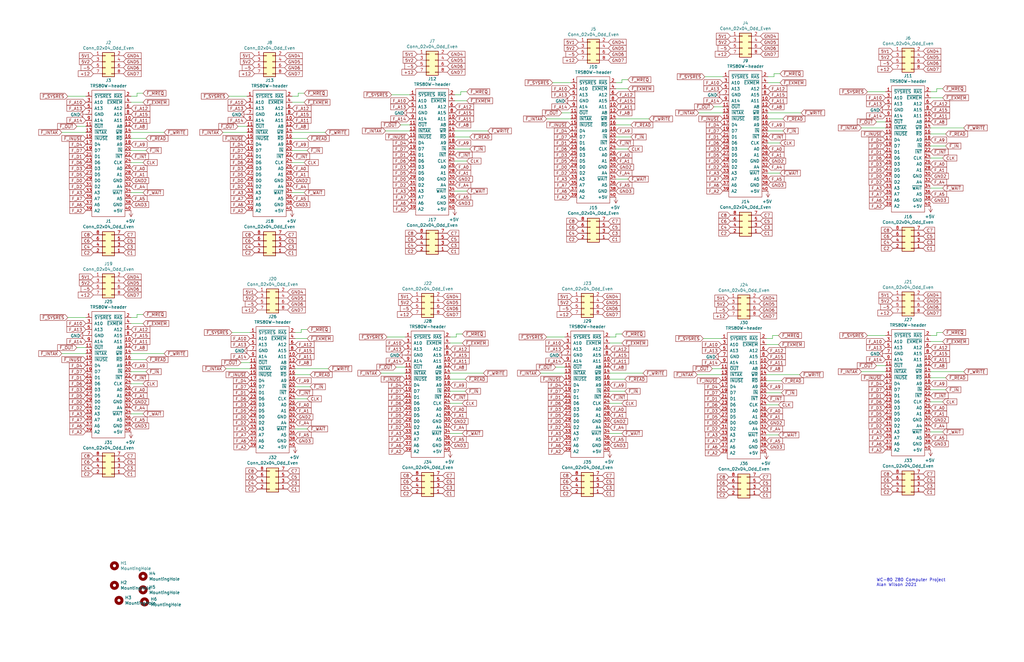
<source format=kicad_sch>
(kicad_sch (version 20230121) (generator eeschema)
  (paper "B")
  (wire (pts (xy 262.255 140.97) (xy 259.715 140.97)))
  (wire (pts (xy 441.96 54.61) (xy 452.12 54.61)))
  (wire (pts (xy 328.93 34.925) (xy 323.85 34.925)))
  (wire (pts (xy 128.27 43.18) (xy 123.19 43.18)))
  (wire (pts (xy 328.295 145.415) (xy 323.215 145.415)))
  (wire (pts (xy 163.195 142.24) (xy 170.815 142.24)))
  (wire (pts (xy 60.325 68.58) (xy 55.245 68.58)))
  (wire (pts (xy 60.325 174.625) (xy 55.245 174.625)))
  (wire (pts (xy 476.25 41.91) (xy 471.17 41.91)))
  (wire (pts (xy 97.79 140.335) (xy 105.41 140.335)))
  (wire (pts (xy 365.76 141.605) (xy 373.38 141.605)))
  (wire (pts (xy 129.54 168.275) (xy 124.46 168.275)))
  (wire (pts (xy 194.945 144.78) (xy 189.865 144.78)))
  (wire (pts (xy 26.035 55.88) (xy 36.195 55.88)))
  (wire (pts (xy 259.715 52.705) (xy 266.065 52.705)))
  (wire (pts (xy 129.54 142.875) (xy 124.46 142.875)))
  (wire (pts (xy 205.74 55.245) (xy 191.77 55.245)))
  (wire (pts (xy 128.27 39.37) (xy 125.73 39.37)))
  (wire (pts (xy 337.185 158.115) (xy 323.215 158.115)))
  (wire (pts (xy 123.19 58.42) (xy 129.54 58.42)))
  (wire (pts (xy 69.215 149.225) (xy 55.245 149.225)))
  (wire (pts (xy 392.43 61.595) (xy 398.78 61.595)))
  (wire (pts (xy 363.22 156.845) (xy 373.38 156.845)))
  (wire (pts (xy 448.31 52.07) (xy 452.12 52.07)))
  (wire (pts (xy 328.93 73.025) (xy 323.85 73.025)))
  (wire (pts (xy 227.965 157.48) (xy 238.125 157.48)))
  (wire (pts (xy 326.39 31.115) (xy 326.39 32.385)))
  (wire (pts (xy 28.575 40.64) (xy 36.195 40.64)))
  (wire (pts (xy 57.785 132.715) (xy 57.785 133.985)))
  (wire (pts (xy 196.85 80.645) (xy 191.77 80.645)))
  (wire (pts (xy 32.385 53.34) (xy 36.195 53.34)))
  (wire (pts (xy 236.855 47.625) (xy 240.665 47.625)))
  (wire (pts (xy 392.43 164.465) (xy 398.78 164.465)))
  (wire (pts (xy 233.045 34.925) (xy 240.665 34.925)))
  (wire (pts (xy 300.355 155.575) (xy 304.165 155.575)))
  (wire (pts (xy 137.16 55.88) (xy 123.19 55.88)))
  (wire (pts (xy 194.31 38.735) (xy 194.31 40.005)))
  (wire (pts (xy 127 140.335) (xy 124.46 140.335)))
  (wire (pts (xy 259.715 142.24) (xy 257.175 142.24)))
  (wire (pts (xy 55.245 156.845) (xy 61.595 156.845)))
  (wire (pts (xy 485.14 54.61) (xy 471.17 54.61)))
  (wire (pts (xy 323.215 165.735) (xy 329.565 165.735)))
  (wire (pts (xy 60.325 161.925) (xy 55.245 161.925)))
  (wire (pts (xy 60.325 43.18) (xy 55.245 43.18)))
  (wire (pts (xy 123.19 63.5) (xy 129.54 63.5)))
  (wire (pts (xy 326.39 32.385) (xy 323.85 32.385)))
  (wire (pts (xy 124.46 163.195) (xy 130.81 163.195)))
  (wire (pts (xy 294.64 47.625) (xy 304.8 47.625)))
  (wire (pts (xy 365.76 38.735) (xy 373.38 38.735)))
  (wire (pts (xy 397.51 41.275) (xy 392.43 41.275)))
  (wire (pts (xy 167.005 154.94) (xy 170.815 154.94)))
  (wire (pts (xy 160.655 157.48) (xy 170.815 157.48)))
  (wire (pts (xy 194.945 182.88) (xy 189.865 182.88)))
  (wire (pts (xy 234.315 154.94) (xy 238.125 154.94)))
  (wire (pts (xy 297.18 32.385) (xy 304.8 32.385)))
  (wire (pts (xy 294.005 158.115) (xy 304.165 158.115)))
  (wire (pts (xy 328.93 31.115) (xy 326.39 31.115)))
  (wire (pts (xy 406.4 53.975) (xy 392.43 53.975)))
  (wire (pts (xy 471.17 57.15) (xy 477.52 57.15)))
  (wire (pts (xy 325.755 142.875) (xy 323.215 142.875)))
  (wire (pts (xy 191.77 62.865) (xy 198.12 62.865)))
  (wire (pts (xy 55.245 63.5) (xy 61.595 63.5)))
  (wire (pts (xy 55.245 151.765) (xy 61.595 151.765)))
  (wire (pts (xy 196.85 67.945) (xy 191.77 67.945)))
  (wire (pts (xy 60.325 136.525) (xy 55.245 136.525)))
  (wire (pts (xy 337.82 47.625) (xy 323.85 47.625)))
  (wire (pts (xy 392.43 159.385) (xy 398.78 159.385)))
  (wire (pts (xy 125.73 40.64) (xy 123.19 40.64)))
  (wire (pts (xy 397.51 66.675) (xy 392.43 66.675)))
  (wire (pts (xy 397.51 140.335) (xy 394.97 140.335)))
  (wire (pts (xy 394.97 38.735) (xy 392.43 38.735)))
  (wire (pts (xy 191.77 57.785) (xy 198.12 57.785)))
  (wire (pts (xy 194.31 40.005) (xy 191.77 40.005)))
  (wire (pts (xy 262.255 170.18) (xy 257.175 170.18)))
  (wire (pts (xy 262.255 144.78) (xy 257.175 144.78)))
  (wire (pts (xy 273.685 50.165) (xy 259.715 50.165)))
  (wire (pts (xy 473.71 39.37) (xy 471.17 39.37)))
  (wire (pts (xy 194.945 140.97) (xy 192.405 140.97)))
  (wire (pts (xy 57.785 133.985) (xy 55.245 133.985)))
  (wire (pts (xy 476.25 67.31) (xy 471.17 67.31)))
  (wire (pts (xy 192.405 140.97) (xy 192.405 142.24)))
  (wire (pts (xy 296.545 142.875) (xy 304.165 142.875)))
  (wire (pts (xy 32.385 146.685) (xy 36.195 146.685)))
  (wire (pts (xy 60.325 81.28) (xy 55.245 81.28)))
  (wire (pts (xy 394.97 140.335) (xy 394.97 141.605)))
  (wire (pts (xy 57.785 39.37) (xy 57.785 40.64)))
  (wire (pts (xy 28.575 133.985) (xy 36.195 133.985)))
  (wire (pts (xy 165.1 40.005) (xy 172.72 40.005)))
  (wire (pts (xy 196.85 42.545) (xy 191.77 42.545)))
  (wire (pts (xy 397.51 37.465) (xy 394.97 37.465)))
  (wire (pts (xy 262.255 34.925) (xy 259.715 34.925)))
  (wire (pts (xy 300.99 45.085) (xy 304.8 45.085)))
  (wire (pts (xy 168.91 52.705) (xy 172.72 52.705)))
  (wire (pts (xy 138.43 155.575) (xy 124.46 155.575)))
  (wire (pts (xy 101.6 153.035) (xy 105.41 153.035)))
  (wire (pts (xy 394.97 141.605) (xy 392.43 141.605)))
  (wire (pts (xy 259.715 140.97) (xy 259.715 142.24)))
  (wire (pts (xy 363.22 53.975) (xy 373.38 53.975)))
  (wire (pts (xy 325.755 141.605) (xy 325.755 142.875)))
  (wire (pts (xy 162.56 55.245) (xy 172.72 55.245)))
  (wire (pts (xy 129.54 180.975) (xy 124.46 180.975)))
  (wire (pts (xy 328.295 170.815) (xy 323.215 170.815)))
  (wire (pts (xy 328.93 60.325) (xy 323.85 60.325)))
  (wire (pts (xy 60.325 39.37) (xy 57.785 39.37)))
  (wire (pts (xy 264.795 33.655) (xy 262.255 33.655)))
  (wire (pts (xy 369.57 51.435) (xy 373.38 51.435)))
  (wire (pts (xy 328.295 141.605) (xy 325.755 141.605)))
  (wire (pts (xy 397.51 182.245) (xy 392.43 182.245)))
  (wire (pts (xy 125.73 39.37) (xy 125.73 40.64)))
  (wire (pts (xy 328.295 183.515) (xy 323.215 183.515)))
  (wire (pts (xy 397.51 79.375) (xy 392.43 79.375)))
  (wire (pts (xy 57.785 40.64) (xy 55.245 40.64)))
  (wire (pts (xy 189.865 160.02) (xy 196.215 160.02)))
  (wire (pts (xy 257.175 165.1) (xy 263.525 165.1)))
  (wire (pts (xy 392.43 56.515) (xy 398.78 56.515)))
  (wire (pts (xy 128.27 81.28) (xy 123.19 81.28)))
  (wire (pts (xy 264.795 75.565) (xy 259.715 75.565)))
  (wire (pts (xy 124.46 158.115) (xy 130.81 158.115)))
  (wire (pts (xy 444.5 39.37) (xy 452.12 39.37)))
  (wire (pts (xy 60.325 132.715) (xy 57.785 132.715)))
  (wire (pts (xy 69.215 55.88) (xy 55.245 55.88)))
  (wire (pts (xy 406.4 156.845) (xy 392.43 156.845)))
  (wire (pts (xy 129.54 139.065) (xy 127 139.065)))
  (wire (pts (xy 271.145 157.48) (xy 257.175 157.48)))
  (wire (pts (xy 127 139.065) (xy 127 140.335)))
  (wire (pts (xy 203.835 157.48) (xy 189.865 157.48)))
  (wire (pts (xy 230.505 50.165) (xy 240.665 50.165)))
  (wire (pts (xy 323.85 55.245) (xy 330.2 55.245)))
  (wire (pts (xy 196.85 38.735) (xy 194.31 38.735)))
  (wire (pts (xy 394.97 37.465) (xy 394.97 38.735)))
  (wire (pts (xy 262.255 182.88) (xy 257.175 182.88)))
  (wire (pts (xy 476.25 38.1) (xy 473.71 38.1)))
  (wire (pts (xy 262.255 33.655) (xy 262.255 34.925)))
  (wire (pts (xy 264.795 62.865) (xy 259.715 62.865)))
  (wire (pts (xy 471.17 62.23) (xy 477.52 62.23)))
  (wire (pts (xy 100.33 53.34) (xy 104.14 53.34)))
  (wire (pts (xy 189.865 165.1) (xy 196.215 165.1)))
  (wire (pts (xy 323.85 50.165) (xy 330.2 50.165)))
  (wire (pts (xy 259.715 57.785) (xy 266.065 57.785)))
  (wire (pts (xy 55.245 58.42) (xy 61.595 58.42)))
  (wire (pts (xy 397.51 144.145) (xy 392.43 144.145)))
  (wire (pts (xy 473.71 38.1) (xy 473.71 39.37)))
  (wire (pts (xy 257.175 160.02) (xy 263.525 160.02)))
  (wire (pts (xy 93.98 55.88) (xy 104.14 55.88)))
  (wire (pts (xy 96.52 40.64) (xy 104.14 40.64)))
  (wire (pts (xy 476.25 80.01) (xy 471.17 80.01)))
  (wire (pts (xy 323.215 160.655) (xy 329.565 160.655)))
  (wire (pts (xy 397.51 169.545) (xy 392.43 169.545)))
  (wire (pts (xy 264.795 37.465) (xy 259.715 37.465)))
  (wire (pts (xy 192.405 142.24) (xy 189.865 142.24)))
  (wire (pts (xy 26.035 149.225) (xy 36.195 149.225)))
  (wire (pts (xy 230.505 142.24) (xy 238.125 142.24)))
  (wire (pts (xy 194.945 170.18) (xy 189.865 170.18)))
  (wire (pts (xy 95.25 155.575) (xy 105.41 155.575)))
  (wire (pts (xy 128.27 68.58) (xy 123.19 68.58)))
  (wire (pts (xy 369.57 154.305) (xy 373.38 154.305)))
  (text "WC-80 Z80 Computer Project\nAlan Wilson 2021" (at 369.57 247.65 0) (effects (font (size 1.27 1.27)) (justify left bottom)))
  (global_label "C5" (shape input) (at 467.995 100.33 0) (property "Intersheetrefs" "${INTERSHEET_REFS}" (effects hide)))
  (global_label "5V1" (shape input) (at 107.315 23.495 180) (property "Intersheetrefs" "${INTERSHEET_REFS}" (effects hide)))
  (global_label "F_A10" (shape input) (at 373.38 144.145 180) (property "Intersheetrefs" "${INTERSHEET_REFS}" (effects hide)))
  (global_label "F_A1" (shape input) (at 189.865 175.26 0) (property "Intersheetrefs" "${INTERSHEET_REFS}" (effects hide)))
  (global_label "F_D4" (shape input) (at 240.665 55.245 180) (property "Intersheetrefs" "${INTERSHEET_REFS}" (effects hide)))
  (global_label "F_D3" (shape input) (at 36.195 164.465 180) (property "Intersheetrefs" "${INTERSHEET_REFS}" (effects hide)))
  (global_label "F_D2" (shape input) (at 36.195 172.085 180) (property "Intersheetrefs" "${INTERSHEET_REFS}" (effects hide)))
  (global_label "GND2" (shape input) (at 392.43 177.165 0) (property "Intersheetrefs" "${INTERSHEET_REFS}" (effects hide)))
  (global_label "C6" (shape input) (at 455.295 100.33 180) (property "Intersheetrefs" "${INTERSHEET_REFS}" (effects hide)))
  (global_label "CLK" (shape input) (at 128.27 68.58 0) (property "Intersheetrefs" "${INTERSHEET_REFS}" (effects hide)))
  (global_label "C8" (shape input) (at 241.3 200.66 180) (property "Intersheetrefs" "${INTERSHEET_REFS}" (effects hide)))
  (global_label "F_A4" (shape input) (at 323.215 180.975 0) (property "Intersheetrefs" "${INTERSHEET_REFS}" (effects hide)))
  (global_label "~{F_IN}" (shape input) (at 61.595 156.845 0) (property "Intersheetrefs" "${INTERSHEET_REFS}" (effects hide)))
  (global_label "~{F_WAIT}" (shape input) (at 196.85 80.645 0) (property "Intersheetrefs" "${INTERSHEET_REFS}" (effects hide)))
  (global_label "~{F_WRITE}" (shape input) (at 337.185 158.115 0) (property "Intersheetrefs" "${INTERSHEET_REFS}" (effects hide)))
  (global_label "F_A15" (shape input) (at 259.715 42.545 0) (property "Intersheetrefs" "${INTERSHEET_REFS}" (effects hide)))
  (global_label "F_D5" (shape input) (at 238.125 175.26 180) (property "Intersheetrefs" "${INTERSHEET_REFS}" (effects hide)))
  (global_label "C3" (shape input) (at 320.675 95.885 0) (property "Intersheetrefs" "${INTERSHEET_REFS}" (effects hide)))
  (global_label "F_A2" (shape input) (at 170.815 190.5 180) (property "Intersheetrefs" "${INTERSHEET_REFS}" (effects hide)))
  (global_label "F_D2" (shape input) (at 373.38 76.835 180) (property "Intersheetrefs" "${INTERSHEET_REFS}" (effects hide)))
  (global_label "F_A4" (shape input) (at 259.715 73.025 0) (property "Intersheetrefs" "${INTERSHEET_REFS}" (effects hide)))
  (global_label "~{F_MREQ}" (shape input) (at 194.945 140.97 0) (property "Intersheetrefs" "${INTERSHEET_REFS}" (effects hide)))
  (global_label "GND4" (shape input) (at 389.255 21.59 0) (property "Intersheetrefs" "${INTERSHEET_REFS}" (effects hide)))
  (global_label "~{F_IN}" (shape input) (at 129.54 63.5 0) (property "Intersheetrefs" "${INTERSHEET_REFS}" (effects hide)))
  (global_label "C5" (shape input) (at 320.04 203.835 0) (property "Intersheetrefs" "${INTERSHEET_REFS}" (effects hide)))
  (global_label "-5" (shape input) (at 376.555 129.54 180) (property "Intersheetrefs" "${INTERSHEET_REFS}" (effects hide)))
  (global_label "C2" (shape input) (at 376.555 104.775 180) (property "Intersheetrefs" "${INTERSHEET_REFS}" (effects hide)))
  (global_label "GND5" (shape input) (at 256.54 20.32 0) (property "Intersheetrefs" "${INTERSHEET_REFS}" (effects hide)))
  (global_label "F_A9" (shape input) (at 124.46 160.655 0) (property "Intersheetrefs" "${INTERSHEET_REFS}" (effects hide)))
  (global_label "F_A5" (shape input) (at 124.46 183.515 0) (property "Intersheetrefs" "${INTERSHEET_REFS}" (effects hide)))
  (global_label "C1" (shape input) (at 320.04 208.915 0) (property "Intersheetrefs" "${INTERSHEET_REFS}" (effects hide)))
  (global_label "F_A3" (shape input) (at 373.38 79.375 180) (property "Intersheetrefs" "${INTERSHEET_REFS}" (effects hide)))
  (global_label "F_A11" (shape input) (at 191.77 50.165 0) (property "Intersheetrefs" "${INTERSHEET_REFS}" (effects hide)))
  (global_label "~{F_MREQ}" (shape input) (at 196.85 38.735 0) (property "Intersheetrefs" "${INTERSHEET_REFS}" (effects hide)))
  (global_label "~{F_OUT}" (shape input) (at 101.6 153.035 180) (property "Intersheetrefs" "${INTERSHEET_REFS}" (effects hide)))
  (global_label "F_D0" (shape input) (at 170.815 177.8 180) (property "Intersheetrefs" "${INTERSHEET_REFS}" (effects hide)))
  (global_label "F_A9" (shape input) (at 323.215 163.195 0) (property "Intersheetrefs" "${INTERSHEET_REFS}" (effects hide)))
  (global_label "~{F_OUT}" (shape input) (at 448.31 52.07 180) (property "Intersheetrefs" "${INTERSHEET_REFS}" (effects hide)))
  (global_label "C7" (shape input) (at 186.69 200.66 0) (property "Intersheetrefs" "${INTERSHEET_REFS}" (effects hide)))
  (global_label "CLK" (shape input) (at 60.325 68.58 0) (property "Intersheetrefs" "${INTERSHEET_REFS}" (effects hide)))
  (global_label "F_A8" (shape input) (at 257.175 154.94 0) (property "Intersheetrefs" "${INTERSHEET_REFS}" (effects hide)))
  (global_label "C4" (shape input) (at 243.84 98.425 180) (property "Intersheetrefs" "${INTERSHEET_REFS}" (effects hide)))
  (global_label "C6" (shape input) (at 376.555 202.565 180) (property "Intersheetrefs" "${INTERSHEET_REFS}" (effects hide)))
  (global_label "F_D3" (shape input) (at 170.815 172.72 180) (property "Intersheetrefs" "${INTERSHEET_REFS}" (effects hide)))
  (global_label "~{F_IN}" (shape input) (at 130.81 163.195 0) (property "Intersheetrefs" "${INTERSHEET_REFS}" (effects hide)))
  (global_label "~{F_IN}" (shape input) (at 198.12 62.865 0) (property "Intersheetrefs" "${INTERSHEET_REFS}" (effects hide)))
  (global_label "GND4" (shape input) (at 52.07 23.495 0) (property "Intersheetrefs" "${INTERSHEET_REFS}" (effects hide)))
  (global_label "F_D4" (shape input) (at 170.815 162.56 180) (property "Intersheetrefs" "${INTERSHEET_REFS}" (effects hide)))
  (global_label "GND2" (shape input) (at 257.175 177.8 0) (property "Intersheetrefs" "${INTERSHEET_REFS}" (effects hide)))
  (global_label "C7" (shape input) (at 467.995 97.79 0) (property "Intersheetrefs" "${INTERSHEET_REFS}" (effects hide)))
  (global_label "F_A8" (shape input) (at 189.865 154.94 0) (property "Intersheetrefs" "${INTERSHEET_REFS}" (effects hide)))
  (global_label "F_A6" (shape input) (at 105.41 186.055 180) (property "Intersheetrefs" "${INTERSHEET_REFS}" (effects hide)))
  (global_label "~{F_SYSRES}" (shape input) (at 96.52 40.64 180) (property "Intersheetrefs" "${INTERSHEET_REFS}" (effects hide)))
  (global_label "CLK" (shape input) (at 60.325 161.925 0) (property "Intersheetrefs" "${INTERSHEET_REFS}" (effects hide)))
  (global_label "~{F_INT}" (shape input) (at 189.865 167.64 0) (property "Intersheetrefs" "${INTERSHEET_REFS}" (effects hide)))
  (global_label "C3" (shape input) (at 121.285 203.835 0) (property "Intersheetrefs" "${INTERSHEET_REFS}" (effects hide)))
  (global_label "F_A10" (shape input) (at 373.38 41.275 180) (property "Intersheetrefs" "${INTERSHEET_REFS}" (effects hide)))
  (global_label "GND6" (shape input) (at 389.255 129.54 0) (property "Intersheetrefs" "${INTERSHEET_REFS}" (effects hide)))
  (global_label "~{F_INT}" (shape input) (at 257.175 167.64 0) (property "Intersheetrefs" "${INTERSHEET_REFS}" (effects hide)))
  (global_label "5V1" (shape input) (at 175.895 22.86 180) (property "Intersheetrefs" "${INTERSHEET_REFS}" (effects hide)))
  (global_label "5V1" (shape input) (at 173.99 125.095 180) (property "Intersheetrefs" "${INTERSHEET_REFS}" (effects hide)))
  (global_label "C4" (shape input) (at 175.895 103.505 180) (property "Intersheetrefs" "${INTERSHEET_REFS}" (effects hide)))
  (global_label "~{F_READ}" (shape input) (at 330.2 50.165 0) (property "Intersheetrefs" "${INTERSHEET_REFS}" (effects hide)))
  (global_label "F_A15" (shape input) (at 392.43 46.355 0) (property "Intersheetrefs" "${INTERSHEET_REFS}" (effects hide)))
  (global_label "F_A5" (shape input) (at 191.77 83.185 0) (property "Intersheetrefs" "${INTERSHEET_REFS}" (effects hide)))
  (global_label "~{F_READ}" (shape input) (at 129.54 58.42 0) (property "Intersheetrefs" "${INTERSHEET_REFS}" (effects hide)))
  (global_label "F_A3" (shape input) (at 36.195 81.28 180) (property "Intersheetrefs" "${INTERSHEET_REFS}" (effects hide)))
  (global_label "C4" (shape input) (at 39.37 197.485 180) (property "Intersheetrefs" "${INTERSHEET_REFS}" (effects hide)))
  (global_label "F_A3" (shape input) (at 373.38 182.245 180) (property "Intersheetrefs" "${INTERSHEET_REFS}" (effects hide)))
  (global_label "C8" (shape input) (at 307.34 201.295 180) (property "Intersheetrefs" "${INTERSHEET_REFS}" (effects hide)))
  (global_label "F_A8" (shape input) (at 124.46 153.035 0) (property "Intersheetrefs" "${INTERSHEET_REFS}" (effects hide)))
  (global_label "F_A6" (shape input) (at 36.195 86.36 180) (property "Intersheetrefs" "${INTERSHEET_REFS}" (effects hide)))
  (global_label "+12" (shape input) (at 107.315 31.115 180) (property "Intersheetrefs" "${INTERSHEET_REFS}" (effects hide)))
  (global_label "F_A7" (shape input) (at 304.165 186.055 180) (property "Intersheetrefs" "${INTERSHEET_REFS}" (effects hide)))
  (global_label "-5" (shape input) (at 307.975 20.32 180) (property "Intersheetrefs" "${INTERSHEET_REFS}" (effects hide)))
  (global_label "GND7" (shape input) (at 320.675 22.86 0) (property "Intersheetrefs" "${INTERSHEET_REFS}" (effects hide)))
  (global_label "F_D1" (shape input) (at 452.12 64.77 180) (property "Intersheetrefs" "${INTERSHEET_REFS}" (effects hide)))
  (global_label "C4" (shape input) (at 376.555 102.235 180) (property "Intersheetrefs" "${INTERSHEET_REFS}" (effects hide)))
  (global_label "F_D5" (shape input) (at 304.8 65.405 180) (property "Intersheetrefs" "${INTERSHEET_REFS}" (effects hide)))
  (global_label "~{F_MREQ}" (shape input) (at 328.93 31.115 0) (property "Intersheetrefs" "${INTERSHEET_REFS}" (effects hide)))
  (global_label "GND5" (shape input) (at 389.255 127 0) (property "Intersheetrefs" "${INTERSHEET_REFS}" (effects hide)))
  (global_label "GND7" (shape input) (at 389.255 132.08 0) (property "Intersheetrefs" "${INTERSHEET_REFS}" (effects hide)))
  (global_label "GND3" (shape input) (at 257.175 187.96 0) (property "Intersheetrefs" "${INTERSHEET_REFS}" (effects hide)))
  (global_label "~{F_INT}" (shape input) (at 392.43 167.005 0) (property "Intersheetrefs" "${INTERSHEET_REFS}" (effects hide)))
  (global_label "GND7" (shape input) (at 256.54 25.4 0) (property "Intersheetrefs" "${INTERSHEET_REFS}" (effects hide)))
  (global_label "~{F_OUT}" (shape input) (at 236.855 47.625 180) (property "Intersheetrefs" "${INTERSHEET_REFS}" (effects hide)))
  (global_label "~{F_MREQ}" (shape input) (at 129.54 139.065 0) (property "Intersheetrefs" "${INTERSHEET_REFS}" (effects hide)))
  (global_label "~{F_WAIT}" (shape input) (at 264.795 75.565 0) (property "Intersheetrefs" "${INTERSHEET_REFS}" (effects hide)))
  (global_label "~{F_WRITE}" (shape input) (at 337.82 47.625 0) (property "Intersheetrefs" "${INTERSHEET_REFS}" (effects hide)))
  (global_label "C4" (shape input) (at 108.585 203.835 180) (property "Intersheetrefs" "${INTERSHEET_REFS}" (effects hide)))
  (global_label "C1" (shape input) (at 188.595 106.045 0) (property "Intersheetrefs" "${INTERSHEET_REFS}" (effects hide)))
  (global_label "F_A10" (shape input) (at 36.195 43.18 180) (property "Intersheetrefs" "${INTERSHEET_REFS}" (effects hide)))
  (global_label "F_A10" (shape input) (at 36.195 136.525 180) (property "Intersheetrefs" "${INTERSHEET_REFS}" (effects hide)))
  (global_label "F_A5" (shape input) (at 323.215 186.055 0) (property "Intersheetrefs" "${INTERSHEET_REFS}" (effects hide)))
  (global_label "~{F_INTAK}" (shape input) (at 441.96 54.61 180) (property "Intersheetrefs" "${INTERSHEET_REFS}" (effects hide)))
  (global_label "~{F_OUT}" (shape input) (at 167.005 154.94 180) (property "Intersheetrefs" "${INTERSHEET_REFS}" (effects hide)))
  (global_label "GND6" (shape input) (at 256.54 22.86 0) (property "Intersheetrefs" "${INTERSHEET_REFS}" (effects hide)))
  (global_label "F_D2" (shape input) (at 36.195 78.74 180) (property "Intersheetrefs" "${INTERSHEET_REFS}" (effects hide)))
  (global_label "5V1" (shape input) (at 108.585 123.19 180) (property "Intersheetrefs" "${INTERSHEET_REFS}" (effects hide)))
  (global_label "GND7" (shape input) (at 52.07 124.46 0) (property "Intersheetrefs" "${INTERSHEET_REFS}" (effects hide)))
  (global_label "F_A12" (shape input) (at 257.175 147.32 0) (property "Intersheetrefs" "${INTERSHEET_REFS}" (effects hide)))
  (global_label "GND4" (shape input) (at 467.995 22.225 0) (property "Intersheetrefs" "${INTERSHEET_REFS}" (effects hide)))
  (global_label "~{F_INUSE}" (shape input) (at 373.38 56.515 180) (property "Intersheetrefs" "${INTERSHEET_REFS}" (effects hide)))
  (global_label "+12" (shape input) (at 376.555 29.21 180) (property "Intersheetrefs" "${INTERSHEET_REFS}" (effects hide)))
  (global_label "~{F_READ}" (shape input) (at 61.595 58.42 0) (property "Intersheetrefs" "${INTERSHEET_REFS}" (effects hide)))
  (global_label "F_A9" (shape input) (at 189.865 162.56 0) (property "Intersheetrefs" "${INTERSHEET_REFS}" (effects hide)))
  (global_label "5V2" (shape input) (at 241.3 127.635 180) (property "Intersheetrefs" "${INTERSHEET_REFS}" (effects hide)))
  (global_label "C4" (shape input) (at 376.555 205.105 180) (property "Intersheetrefs" "${INTERSHEET_REFS}" (effects hide)))
  (global_label "~{F_MREQ}" (shape input) (at 60.325 132.715 0) (property "Intersheetrefs" "${INTERSHEET_REFS}" (effects hide)))
  (global_label "GND4" (shape input) (at 121.285 123.19 0) (property "Intersheetrefs" "${INTERSHEET_REFS}" (effects hide)))
  (global_label "F_A8" (shape input) (at 392.43 51.435 0) (property "Intersheetrefs" "${INTERSHEET_REFS}" (effects hide)))
  (global_label "~{F_READ}" (shape input) (at 61.595 151.765 0) (property "Intersheetrefs" "${INTERSHEET_REFS}" (effects hide)))
  (global_label "F_A12" (shape input) (at 55.245 139.065 0) (property "Intersheetrefs" "${INTERSHEET_REFS}" (effects hide)))
  (global_label "F_A5" (shape input) (at 392.43 81.915 0) (property "Intersheetrefs" "${INTERSHEET_REFS}" (effects hide)))
  (global_label "~{F_OUT}" (shape input) (at 300.355 155.575 180) (property "Intersheetrefs" "${INTERSHEET_REFS}" (effects hide)))
  (global_label "F_A9" (shape input) (at 191.77 60.325 0) (property "Intersheetrefs" "${INTERSHEET_REFS}" (effects hide)))
  (global_label "~{F_INT}" (shape input) (at 323.215 168.275 0) (property "Intersheetrefs" "${INTERSHEET_REFS}" (effects hide)))
  (global_label "5V1" (shape input) (at 307.34 125.73 180) (property "Intersheetrefs" "${INTERSHEET_REFS}" (effects hide)))
  (global_label "F_A11" (shape input) (at 392.43 151.765 0) (property "Intersheetrefs" "${INTERSHEET_REFS}" (effects hide)))
  (global_label "F_A7" (shape input) (at 170.815 185.42 180) (property "Intersheetrefs" "${INTERSHEET_REFS}" (effects hide)))
  (global_label "C3" (shape input) (at 188.595 103.505 0) (property "Intersheetrefs" "${INTERSHEET_REFS}" (effects hide)))
  (global_label "GND2" (shape input) (at 323.215 178.435 0) (property "Intersheetrefs" "${INTERSHEET_REFS}" (effects hide)))
  (global_label "-5" (shape input) (at 243.84 22.86 180) (property "Intersheetrefs" "${INTERSHEET_REFS}" (effects hide)))
  (global_label "F_A12" (shape input) (at 191.77 45.085 0) (property "Intersheetrefs" "${INTERSHEET_REFS}" (effects hide)))
  (global_label "~{F_SYSRES}" (shape input) (at 296.545 142.875 180) (property "Intersheetrefs" "${INTERSHEET_REFS}" (effects hide)))
  (global_label "F_A0" (shape input) (at 55.245 164.465 0) (property "Intersheetrefs" "${INTERSHEET_REFS}" (effects hide)))
  (global_label "C4" (shape input) (at 307.975 95.885 180) (property "Intersheetrefs" "${INTERSHEET_REFS}" (effects hide)))
  (global_label "F_D5" (shape input) (at 373.38 71.755 180) (property "Intersheetrefs" "${INTERSHEET_REFS}" (effects hide)))
  (global_label "~{F_SYSRES}" (shape input) (at 233.045 34.925 180) (property "Intersheetrefs" "${INTERSHEET_REFS}" (effects hide)))
  (global_label "GND4" (shape input) (at 52.07 116.84 0) (property "Intersheetrefs" "${INTERSHEET_REFS}" (effects hide)))
  (global_label "C8" (shape input) (at 376.555 200.025 180) (property "Intersheetrefs" "${INTERSHEET_REFS}" (effects hide)))
  (global_label "C7" (shape input) (at 121.285 198.755 0) (property "Intersheetrefs" "${INTERSHEET_REFS}" (effects hide)))
  (global_label "5V1" (shape input) (at 39.37 23.495 180) (property "Intersheetrefs" "${INTERSHEET_REFS}" (effects hide)))
  (global_label "F_D6" (shape input) (at 304.165 170.815 180) (property "Intersheetrefs" "${INTERSHEET_REFS}" (effects hide)))
  (global_label "F_D0" (shape input) (at 104.14 76.2 180) (property "Intersheetrefs" "${INTERSHEET_REFS}" (effects hide)))
  (global_label "5V2" (shape input) (at 175.895 25.4 180) (property "Intersheetrefs" "${INTERSHEET_REFS}" (effects hide)))
  (global_label "C2" (shape input) (at 173.99 208.28 180) (property "Intersheetrefs" "${INTERSHEET_REFS}" (effects hide)))
  (global_label "~{F_INTAK}" (shape input) (at 363.22 53.975 180) (property "Intersheetrefs" "${INTERSHEET_REFS}" (effects hide)))
  (global_label "F_D7" (shape input) (at 172.72 62.865 180) (property "Intersheetrefs" "${INTERSHEET_REFS}" (effects hide)))
  (global_label "F_D0" (shape input) (at 240.665 70.485 180) (property "Intersheetrefs" "${INTERSHEET_REFS}" (effects hide)))
  (global_label "-5" (shape input) (at 39.37 28.575 180) (property "Intersheetrefs" "${INTERSHEET_REFS}" (effects hide)))
  (global_label "~{F_EXMEM}" (shape input) (at 60.325 43.18 0) (property "Intersheetrefs" "${INTERSHEET_REFS}" (effects hide)))
  (global_label "F_D4" (shape input) (at 304.165 163.195 180) (property "Intersheetrefs" "${INTERSHEET_REFS}" (effects hide)))
  (global_label "F_A3" (shape input) (at 172.72 80.645 180) (property "Intersheetrefs" "${INTERSHEET_REFS}" (effects hide)))
  (global_label "~{F_OUT}" (shape input) (at 369.57 51.435 180) (property "Intersheetrefs" "${INTERSHEET_REFS}" (effects hide)))
  (global_label "+12" (shape input) (at 108.585 130.81 180) (property "Intersheetrefs" "${INTERSHEET_REFS}" (effects hide)))
  (global_label "~{F_INT}" (shape input) (at 124.46 165.735 0) (property "Intersheetrefs" "${INTERSHEET_REFS}" (effects hide)))
  (global_label "F_A2" (shape input) (at 304.165 191.135 180) (property "Intersheetrefs" "${INTERSHEET_REFS}" (effects hide)))
  (global_label "C3" (shape input) (at 120.015 104.14 0) (property "Intersheetrefs" "${INTERSHEET_REFS}" (effects hide)))
  (global_label "F_D7" (shape input) (at 36.195 156.845 180) (property "Intersheetrefs" "${INTERSHEET_REFS}" (effects hide)))
  (global_label "CLK" (shape input) (at 262.255 170.18 0) (property "Intersheetrefs" "${INTERSHEET_REFS}" (effects hide)))
  (global_label "C6" (shape input) (at 39.37 101.6 180) (property "Intersheetrefs" "${INTERSHEET_REFS}" (effects hide)))
  (global_label "~{F_INUSE}" (shape input) (at 304.8 50.165 180) (property "Intersheetrefs" "${INTERSHEET_REFS}" (effects hide)))
  (global_label "~{F_INUSE}" (shape input) (at 304.165 160.655 180) (property "Intersheetrefs" "${INTERSHEET_REFS}" (effects hide)))
  (global_label "~{F_EXMEM}" (shape input) (at 264.795 37.465 0) (property "Intersheetrefs" "${INTERSHEET_REFS}" (effects hide)))
  (global_label "F_D5" (shape input) (at 105.41 173.355 180) (property "Intersheetrefs" "${INTERSHEET_REFS}" (effects hide)))
  (global_label "GND5" (shape input) (at 320.675 17.78 0) (property "Intersheetrefs" "${INTERSHEET_REFS}" (effects hide)))
  (global_label "F_D5" (shape input) (at 373.38 174.625 180) (property "Intersheetrefs" "${INTERSHEET_REFS}" (effects hide)))
  (global_label "~{F_READ}" (shape input) (at 263.525 160.02 0) (property "Intersheetrefs" "${INTERSHEET_REFS}" (effects hide)))
  (global_label "F_A3" (shape input) (at 104.14 81.28 180) (property "Intersheetrefs" "${INTERSHEET_REFS}" (effects hide)))
  (global_label "F_A12" (shape input) (at 471.17 44.45 0) (property "Intersheetrefs" "${INTERSHEET_REFS}" (effects hide)))
  (global_label "C5" (shape input) (at 389.255 99.695 0) (property "Intersheetrefs" "${INTERSHEET_REFS}" (effects hide)))
  (global_label "5V2" (shape input) (at 455.295 24.765 180) (property "Intersheetrefs" "${INTERSHEET_REFS}" (effects hide)))
  (global_label "F_A4" (shape input) (at 55.245 172.085 0) (property "Intersheetrefs" "${INTERSHEET_REFS}" (effects hide)))
  (global_label "F_A1" (shape input) (at 392.43 71.755 0) (property "Intersheetrefs" "${INTERSHEET_REFS}" (effects hide)))
  (global_label "F_A11" (shape input) (at 55.245 50.8 0) (property "Intersheetrefs" "${INTERSHEET_REFS}" (effects hide)))
  (global_label "F_A10" (shape input) (at 170.815 144.78 180) (property "Intersheetrefs" "${INTERSHEET_REFS}" (effects hide)))
  (global_label "F_A1" (shape input) (at 392.43 174.625 0) (property "Intersheetrefs" "${INTERSHEET_REFS}" (effects hide)))
  (global_label "F_D6" (shape input) (at 373.38 169.545 180) (property "Intersheetrefs" "${INTERSHEET_REFS}" (effects hide)))
  (global_label "GND2" (shape input) (at 123.19 76.2 0) (property "Intersheetrefs" "${INTERSHEET_REFS}" (effects hide)))
  (global_label "F_D6" (shape input) (at 238.125 170.18 180) (property "Intersheetrefs" "${INTERSHEET_REFS}" (effects hide)))
  (global_label "~{F_MREQ}" (shape input) (at 60.325 39.37 0) (property "Intersheetrefs" "${INTERSHEET_REFS}" (effects hide)))
  (global_label "F_A2" (shape input) (at 304.8 80.645 180) (property "Intersheetrefs" "${INTERSHEET_REFS}" (effects hide)))
  (global_label "~{F_EXMEM}" (shape input) (at 128.27 43.18 0) (property "Intersheetrefs" "${INTERSHEET_REFS}" (effects hide)))
  (global_label "F_D3" (shape input) (at 304.165 173.355 180) (property "Intersheetrefs" "${INTERSHEET_REFS}" (effects hide)))
  (global_label "F_A3" (shape input) (at 304.165 183.515 180) (property "Intersheetrefs" "${INTERSHEET_REFS}" (effects hide)))
  (global_label "-5" (shape input) (at 376.555 26.67 180) (property "Intersheetrefs" "${INTERSHEET_REFS}" (effects hide)))
  (global_label "F_D2" (shape input) (at 238.125 180.34 180) (property "Intersheetrefs" "${INTERSHEET_REFS}" (effects hide)))
  (global_label "C8" (shape input) (at 39.37 192.405 180) (property "Intersheetrefs" "${INTERSHEET_REFS}" (effects hide)))
  (global_label "F_A10" (shape input) (at 172.72 42.545 180) (property "Intersheetrefs" "${INTERSHEET_REFS}" (effects hide)))
  (global_label "~{F_WAIT}" (shape input) (at 129.54 180.975 0) (property "Intersheetrefs" "${INTERSHEET_REFS}" (effects hide)))
  (global_label "~{F_INT}" (shape input) (at 323.85 57.785 0) (property "Intersheetrefs" "${INTERSHEET_REFS}" (effects hide)))
  (global_label "F_D4" (shape input) (at 238.125 162.56 180) (property "Intersheetrefs" "${INTERSHEET_REFS}" (effects hide)))
  (global_label "GND3" (shape input) (at 471.17 85.09 0) (property "Intersheetrefs" "${INTERSHEET_REFS}" (effects hide)))
  (global_label "F_D1" (shape input) (at 105.41 165.735 180) (property "Intersheetrefs" "${INTERSHEET_REFS}" (effects hide)))
  (global_label "F_A6" (shape input) (at 304.165 188.595 180) (property "Intersheetrefs" "${INTERSHEET_REFS}" (effects hide)))
  (global_label "C7" (shape input) (at 52.07 192.405 0) (property "Intersheetrefs" "${INTERSHEET_REFS}" (effects hide)))
  (global_label "F_A13" (shape input) (at 172.72 45.085 180) (property "Intersheetrefs" "${INTERSHEET_REFS}" (effects hide)))
  (global_label "F_D7" (shape input) (at 238.125 165.1 180) (property "Intersheetrefs" "${INTERSHEET_REFS}" (effects hide)))
  (global_label "-5" (shape input) (at 307.34 130.81 180) (property "Intersheetrefs" "${INTERSHEET_REFS}" (effects hide)))
  (global_label "F_A9" (shape input) (at 323.85 52.705 0) (property "Intersheetrefs" "${INTERSHEET_REFS}" (effects hide)))
  (global_label "~{F_WRITE}" (shape input) (at 271.145 157.48 0) (property "Intersheetrefs" "${INTERSHEET_REFS}" (effects hide)))
  (global_label "5V2" (shape input) (at 376.555 24.13 180) (property "Intersheetrefs" "${INTERSHEET_REFS}" (effects hide)))
  (global_label "C8" (shape input) (at 307.975 90.805 180) (property "Intersheetrefs" "${INTERSHEET_REFS}" (effects hide)))
  (global_label "~{F_INTAK}" (shape input) (at 26.035 55.88 180) (property "Intersheetrefs" "${INTERSHEET_REFS}" (effects hide)))
  (global_label "F_D5" (shape input) (at 304.165 175.895 180) (property "Intersheetrefs" "${INTERSHEET_REFS}" (effects hide)))
  (global_label "~{F_WAIT}" (shape input) (at 60.325 81.28 0) (property "Intersheetrefs" "${INTERSHEET_REFS}" (effects hide)))
  (global_label "F_A4" (shape input) (at 257.175 180.34 0) (property "Intersheetrefs" "${INTERSHEET_REFS}" (effects hide)))
  (global_label "~{F_OUT}" (shape input) (at 100.33 53.34 180) (property "Intersheetrefs" "${INTERSHEET_REFS}" (effects hide)))
  (global_label "~{F_WAIT}" (shape input) (at 328.295 183.515 0) (property "Intersheetrefs" "${INTERSHEET_REFS}" (effects hide)))
  (global_label "C1" (shape input) (at 256.54 100.965 0) (property "Intersheetrefs" "${INTERSHEET_REFS}" (effects hide)))
  (global_label "F_D1" (shape input) (at 172.72 65.405 180) (property "Intersheetrefs" "${INTERSHEET_REFS}" (effects hide)))
  (global_label "~{F_SYSRES}" (shape input) (at 163.195 142.24 180) (property "Intersheetrefs" "${INTERSHEET_REFS}" (effects hide)))
  (global_label "F_A4" (shape input) (at 392.43 179.705 0) (property "Intersheetrefs" "${INTERSHEET_REFS}" (effects hide)))
  (global_label "C6" (shape input) (at 376.555 99.695 180) (property "Intersheetrefs" "${INTERSHEET_REFS}" (effects hide)))
  (global_label "F_D0" (shape input) (at 36.195 169.545 180) (property "Intersheetrefs" "${INTERSHEET_REFS}" (effects hide)))
  (global_label "-5" (shape input) (at 241.3 130.175 180) (property "Intersheetrefs" "${INTERSHEET_REFS}" (effects hide)))
  (global_label "F_A7" (shape input) (at 240.665 78.105 180) (property "Intersheetrefs" "${INTERSHEET_REFS}" (effects hide)))
  (global_label "~{F_INTAK}" (shape input) (at 95.25 155.575 180) (property "Intersheetrefs" "${INTERSHEET_REFS}" (effects hide)))
  (global_label "~{F_READ}" (shape input) (at 130.81 158.115 0) (property "Intersheetrefs" "${INTERSHEET_REFS}" (effects hide)))
  (global_label "GND2" (shape input) (at 392.43 74.295 0) (property "Intersheetrefs" "${INTERSHEET_REFS}" (effects hide)))
  (global_label "F_D5" (shape input) (at 240.665 67.945 180) (property "Intersheetrefs" "${INTERSHEET_REFS}" (effects hide)))
  (global_label "+12" (shape input) (at 376.555 132.08 180) (property "Intersheetrefs" "${INTERSHEET_REFS}" (effects hide)))
  (global_label "~{F_OUT}" (shape input) (at 168.91 52.705 180) (property "Intersheetrefs" "${INTERSHEET_REFS}" (effects hide)))
  (global_label "~{F_INUSE}" (shape input) (at 105.41 158.115 180) (property "Intersheetrefs" "${INTERSHEET_REFS}" (effects hide)))
  (global_label "~{F_IN}" (shape input) (at 477.52 62.23 0) (property "Intersheetrefs" "${INTERSHEET_REFS}" (effects hide)))
  (global_label "F_D0" (shape input) (at 304.165 178.435 180) (property "Intersheetrefs" "${INTERSHEET_REFS}" (effects hide)))
  (global_label "F_D6" (shape input) (at 105.41 168.275 180) (property "Intersheetrefs" "${INTERSHEET_REFS}" (effects hide)))
  (global_label "F_A15" (shape input) (at 323.215 150.495 0) (property "Intersheetrefs" "${INTERSHEET_REFS}" (effects hide)))
  (global_label "F_D3" (shape input) (at 36.195 71.12 180) (property "Intersheetrefs" "${INTERSHEET_REFS}" (effects hide)))
  (global_label "~{F_INT}" (shape input) (at 191.77 65.405 0) (property "Intersheetrefs" "${INTERSHEET_REFS}" (effects hide)))
  (global_label "F_D1" (shape input) (at 373.38 64.135 180) (property "Intersheetrefs" "${INTERSHEET_REFS}" (effects hide)))
  (global_label "F_A11" (shape input) (at 123.19 50.8 0) (property "Intersheetrefs" "${INTERSHEET_REFS}" (effects hide)))
  (global_label "GND3" (shape input) (at 323.215 188.595 0) (property "Intersheetrefs" "${INTERSHEET_REFS}" (effects hide)))
  (global_label "C8" (shape input) (at 39.37 99.06 180) (property "Intersheetrefs" "${INTERSHEET_REFS}" (effects hide)))
  (global_label "GND6" (shape input) (at 254 130.175 0) (property "Intersheetrefs" "${INTERSHEET_REFS}" (effects hide)))
  (global_label "F_D2" (shape input) (at 452.12 77.47 180) (property "Intersheetrefs" "${INTERSHEET_REFS}" (effects hide)))
  (global_label "~{F_WRITE}" (shape input) (at 406.4 156.845 0) (property "Intersheetrefs" "${INTERSHEET_REFS}" (effects hide)))
  (global_label "F_A14" (shape input) (at 172.72 50.165 180) (property "Intersheetrefs" "${INTERSHEET_REFS}" (effects hide)))
  (global_label "~{F_MREQ}" (shape input) (at 397.51 140.335 0) (property "Intersheetrefs" "${INTERSHEET_REFS}" (effects hide)))
  (global_label "~{F_WAIT}" (shape input) (at 476.25 80.01 0) (property "Intersheetrefs" "${INTERSHEET_REFS}" (effects hide)))
  (global_label "F_A12" (shape input) (at 392.43 43.815 0) (property "Intersheetrefs" "${INTERSHEET_REFS}" (effects hide)))
  (global_label "F_A13" (shape input) (at 304.8 37.465 180) (property "Intersheetrefs" "${INTERSHEET_REFS}" (effects hide)))
  (global_label "C2" (shape input) (at 455.295 105.41 180) (property "Intersheetrefs" "${INTERSHEET_REFS}" (effects hide)))
  (global_label "F_A7" (shape input) (at 105.41 183.515 180) (property "Intersheetrefs" "${INTERSHEET_REFS}" (effects hide)))
  (global_label "GND5" (shape input) (at 186.69 127.635 0) (property "Intersheetrefs" "${INTERSHEET_REFS}" (effects hide)))
  (global_label "~{F_SYSRES}" (shape input) (at 97.79 140.335 180) (property "Intersheetrefs" "${INTERSHEET_REFS}" (effects hide)))
  (global_label "+12" (shape input) (at 175.895 30.48 180) (property "Intersheetrefs" "${INTERSHEET_REFS}" (effects hide)))
  (global_label "GND4" (shape input) (at 320.675 15.24 0) (property "Intersheetrefs" "${INTERSHEET_REFS}" (effects hide)))
  (global_label "GND5" (shape input) (at 121.285 125.73 0) (property "Intersheetrefs" "${INTERSHEET_REFS}" (effects hide)))
  (global_label "F_D1" (shape input) (at 36.195 66.04 180) (property "Intersheetrefs" "${INTERSHEET_REFS}" (effects hide)))
  (global_label "5V2" (shape input) (at 243.84 20.32 180) (property "Intersheetrefs" "${INTERSHEET_REFS}" (effects hide)))
  (global_label "GND3" (shape input) (at 392.43 187.325 0) (property "Intersheetrefs" "${INTERSHEET_REFS}" (effects hide)))
  (global_label "F_A11" (shape input) (at 323.215 153.035 0) (property "Intersheetrefs" "${INTERSHEET_REFS}" (effects hide)))
  (global_label "F_A14" (shape input) (at 452.12 49.53 180) (property "Intersheetrefs" "${INTERSHEET_REFS}" (effects hide)))
  (global_label "C3" (shape input) (at 52.07 104.14 0) (property "Intersheetrefs" "${INTERSHEET_REFS}" (effects hide)))
  (global_label "F_D3" (shape input) (at 240.665 65.405 180) (property "Intersheetrefs" "${INTERSHEET_REFS}" (effects hide)))
  (global_label "F_A10" (shape input) (at 238.125 144.78 180) (property "Intersheetrefs" "${INTERSHEET_REFS}" (effects hide)))
  (global_label "C4" (shape input) (at 455.295 102.87 180) (property "Intersheetrefs" "${INTERSHEET_REFS}" (effects hide)))
  (global_label "C2" (shape input) (at 175.895 106.045 180) (property "Intersheetrefs" "${INTERSHEET_REFS}" (effects hide)))
  (global_label "5V1" (shape input) (at 241.3 125.095 180) (property "Intersheetrefs" "${INTERSHEET_REFS}" (effects hide)))
  (global_label "C4" (shape input) (at 107.315 104.14 180) (property "Intersheetrefs" "${INTERSHEET_REFS}" (effects hide)))
  (global_label "F_A2" (shape input) (at 172.72 88.265 180) (property "Intersheetrefs" "${INTERSHEET_REFS}" (effects hide)))
  (global_label "F_D1" (shape input) (at 170.815 167.64 180) (property "Intersheetrefs" "${INTERSHEET_REFS}" (effects hide)))
  (global_label "CLK" (shape input) (at 194.945 170.18 0) (property "Intersheetrefs" "${INTERSHEET_REFS}" (effects hide)))
  (global_label "C8" (shape input) (at 107.315 99.06 180) (property "Intersheetrefs" "${INTERSHEET_REFS}" (effects hide)))
  (global_label "~{F_MREQ}" (shape input) (at 476.25 38.1 0) (property "Intersheetrefs" "${INTERSHEET_REFS}" (effects hide)))
  (global_label "GND7" (shape input) (at 120.015 31.115 0) (property "Intersheetrefs" "${INTERSHEET_REFS}" (effects hide)))
  (global_label "F_A11" (shape input) (at 189.865 152.4 0) (property "Intersheetrefs" "${INTERSHEET_REFS}" (effects hide)))
  (global_label "F_A8" (shape input) (at 323.85 45.085 0) (property "Intersheetrefs" "${INTERSHEET_REFS}" (effects hide)))
  (global_label "F_A0" (shape input) (at 191.77 70.485 0) (property "Intersheetrefs" "${INTERSHEET_REFS}" (effects hide)))
  (global_label "F_A9" (shape input) (at 55.245 154.305 0) (property "Intersheetrefs" "${INTERSHEET_REFS}" (effects hide)))
  (global_label "~{F_INUSE}" (shape input) (at 172.72 57.785 180) (property "Intersheetrefs" "${INTERSHEET_REFS}" (effects hide)))
  (global_label "F_A5" (shape input) (at 323.85 75.565 0) (property "Intersheetrefs" "${INTERSHEET_REFS}" (effects hide)))
  (global_label "~{F_READ}" (shape input) (at 398.78 56.515 0) (property "Intersheetrefs" "${INTERSHEET_REFS}" (effects hide)))
  (global_label "F_D7" (shape input) (at 304.8 55.245 180) (property "Intersheetrefs" "${INTERSHEET_REFS}" (effects hide)))
  (global_label "F_A1" (shape input) (at 471.17 72.39 0) (property "Intersheetrefs" "${INTERSHEET_REFS}" (effects hide)))
  (global_label "F_A5" (shape input) (at 189.865 185.42 0) (property "Intersheetrefs" "${INTERSHEET_REFS}" (effects hide)))
  (global_label "~{F_INUSE}" (shape input) (at 170.815 160.02 180) (property "Intersheetrefs" "${INTERSHEET_REFS}" (effects hide)))
  (global_label "C6" (shape input) (at 175.895 100.965 180) (property "Intersheetrefs" "${INTERSHEET_REFS}" (effects hide)))
  (global_label "F_A1" (shape input) (at 323.85 65.405 0) (property "Intersheetrefs" "${INTERSHEET_REFS}" (effects hide)))
  (global_label "F_D5" (shape input) (at 104.14 73.66 180) (property "Intersheetrefs" "${INTERSHEET_REFS}" (effects hide)))
  (global_label "F_A10" (shape input) (at 304.165 145.415 180) (property "Intersheetrefs" "${INTERSHEET_REFS}" (effects hide)))
  (global_label "F_D1" (shape input) (at 238.125 167.64 180) (property "Intersheetrefs" "${INTERSHEET_REFS}" (effects hide)))
  (global_label "CLK" (shape input) (at 328.295 170.815 0) (property "Intersheetrefs" "${INTERSHEET_REFS}" (effects hide)))
  (global_label "GND7" (shape input) (at 188.595 30.48 0) (property "Intersheetrefs" "${INTERSHEET_REFS}" (effects hide)))
  (global_label "~{F_INT}" (shape input) (at 471.17 64.77 0) (property "Intersheetrefs" "${INTERSHEET_REFS}" (effects hide)))
  (global_label "F_A6" (shape input) (at 373.38 187.325 180) (property "Intersheetrefs" "${INTERSHEET_REFS}" (effects hide)))
  (global_label "CLK" (shape input) (at 129.54 168.275 0) (property "Intersheetrefs" "${INTERSHEET_REFS}" (effects hide)))
  (global_label "~{F_EXMEM}" (shape input) (at 328.295 145.415 0) (property "Intersheetrefs" "${INTERSHEET_REFS}" (effects hide)))
  (global_label "+12" (shape input) (at 455.295 29.845 180) (property "Intersheetrefs" "${INTERSHEET_REFS}" (effects hide)))
  (global_label "F_A15" (shape input) (at 124.46 147.955 0) (property "Intersheetrefs" "${INTERSHEET_REFS}" (effects hide)))
  (global_label "~{F_WAIT}" (shape input) (at 397.51 79.375 0) (property "Intersheetrefs" "${INTERSHEET_REFS}" (effects hide)))
  (global_label "F_A13" (shape input) (at 36.195 45.72 180) (property "Intersheetrefs" "${INTERSHEET_REFS}" (effects hide)))
  (global_label "F_D6" (shape input) (at 373.38 66.675 180) (property "Intersheetrefs" "${INTERSHEET_REFS}" (effects hide)))
  (global_label "~{F_INTAK}" (shape input) (at 294.005 158.115 180) (property "Intersheetrefs" "${INTERSHEET_REFS}" (effects hide)))
  (global_label "GND2" (shape input) (at 124.46 175.895 0) (property "Intersheetrefs" "${INTERSHEET_REFS}" (effects hide)))
  (global_label "GND6" (shape input) (at 52.07 121.92 0) (property "Intersheetrefs" "${INTERSHEET_REFS}" (effects hide)))
  (global_label "F_A13" (shape input) (at 105.41 145.415 180) (property "Intersheetrefs" "${INTERSHEET_REFS}" (effects hide)))
  (global_label "F_A5" (shape input) (at 55.245 177.165 0) (property "Intersheetrefs" "${INTERSHEET_REFS}" (effects hide)))
  (global_label "~{F_WRITE}" (shape input) (at 69.215 149.225 0) (property "Intersheetrefs" "${INTERSHEET_REFS}" (effects hide)))
  (global_label "GND6" (shape input) (at 186.69 130.175 0) (property "Intersheetrefs" "${INTERSHEET_REFS}" (effects hide)))
  (global_label "GND6" (shape input) (at 389.255 26.67 0) (property "Intersheetrefs" "${INTERSHEET_REFS}" (effects hide)))
  (global_label "F_D7" (shape input) (at 373.38 164.465 180) (property "Intersheetrefs" "${INTERSHEET_REFS}" (effects hide)))
  (global_label "GND6" (shape input) (at 120.015 28.575 0) (property "Intersheetrefs" "${INTERSHEET_REFS}" (effects hide)))
  (global_label "C7" (shape input) (at 120.015 99.06 0) (property "Intersheetrefs" "${INTERSHEET_REFS}" (effects hide)))
  (global_label "C7" (shape input) (at 389.255 97.155 0) (property "Intersheetrefs" "${INTERSHEET_REFS}" (effects hide)))
  (global_label "F_A0" (shape input) (at 257.175 172.72 0) (property "Intersheetrefs" "${INTERSHEET_REFS}" (effects hide)))
  (global_label "C1" (shape input) (at 121.285 206.375 0) (property "Intersheetrefs" "${INTERSHEET_REFS}" (effects hide)))
  (global_label "~{F_INUSE}" (shape input) (at 373.38 159.385 180) (property "Intersheetrefs" "${INTERSHEET_REFS}" (effects hide)))
  (global_label "F_A14" (shape input) (at 105.41 150.495 180) (property "Intersheetrefs" "${INTERSHEET_REFS}" (effects hide)))
  (global_label "F_A12" (shape input) (at 323.85 37.465 0) (property "Intersheetrefs" "${INTERSHEET_REFS}" (effects hide)))
  (global_label "F_D6" (shape input) (at 304.8 60.325 180) (property "Intersheetrefs" "${INTERSHEET_REFS}" (effects hide)))
  (global_label "F_D4" (shape input) (at 105.41 160.655 180) (property "Intersheetrefs" "${INTERSHEET_REFS}" (effects hide)))
  (global_label "F_D2" (shape input) (at 373.38 179.705 180) (property "Intersheetrefs" "${INTERSHEET_REFS}" (effects hide)))
  (global_label "F_A2" (shape input) (at 373.38 189.865 180) (property "Intersheetrefs" "${INTERSHEET_REFS}" (effects hide)))
  (global_label "F_A7" (shape input) (at 36.195 83.82 180) (property "Intersheetrefs" "${INTERSHEET_REFS}" (effects hide)))
  (global_label "C6" (shape input) (at 307.34 203.835 180) (property "Intersheetrefs" "${INTERSHEET_REFS}" (effects hide)))
  (global_label "C7" (shape input) (at 320.04 201.295 0) (property "Intersheetrefs" "${INTERSHEET_REFS}" (effects hide)))
  (global_label "F_A14" (shape input) (at 104.14 50.8 180) (property "Intersheetrefs" "${INTERSHEET_REFS}" (effects hide)))
  (global_label "C8" (shape input) (at 108.585 198.755 180) (property "Intersheetrefs" "${INTERSHEET_REFS}" (effects hide)))
  (global_label "~{F_OUT}" (shape input) (at 32.385 146.685 180) (property "Intersheetrefs" "${INTERSHEET_REFS}" (effects hide)))
  (global_label "F_A9" (shape input) (at 257.175 162.56 0) (property "Intersheetrefs" "${INTERSHEET_REFS}" (effects hide)))
  (global_label "F_D2" (shape input) (at 170.815 180.34 180) (property "Intersheetrefs" "${INTERSHEET_REFS}" (effects hide)))
  (global_label "C3" (shape input) (at 389.255 102.235 0) (property "Intersheetrefs" "${INTERSHEET_REFS}" (effects hide)))
  (global_label "F_A6" (shape input) (at 373.38 84.455 180) (property "Intersheetrefs" "${INTERSHEET_REFS}" (effects hide)))
  (global_label "5V1" (shape input) (at 455.295 22.225 180) (property "Intersheetrefs" "${INTERSHEET_REFS}" (effects hide)))
  (global_label "F_A3" (shape input) (at 170.815 182.88 180) (property "Intersheetrefs" "${INTERSHEET_REFS}" (effects hide)))
  (global_label "F_A8" (shape input) (at 191.77 52.705 0) (property "Intersheetrefs" "${INTERSHEET_REFS}" (effects hide)))
  (global_label "+12" (shape input) (at 307.34 133.35 180) (property "Intersheetrefs" "${INTERSHEET_REFS}" (effects hide)))
  (global_label "F_A13" (shape input) (at 104.14 45.72 180) (property "Intersheetrefs" "${INTERSHEET_REFS}" (effects hide)))
  (global_label "F_A5" (shape input) (at 471.17 82.55 0) (property "Intersheetrefs" "${INTERSHEET_REFS}" (effects hide)))
  (global_label "F_D3" (shape input) (at 238.125 172.72 180) (property "Intersheetrefs" "${INTERSHEET_REFS}" (effects hide)))
  (global_label "F_A5" (shape input) (at 257.175 185.42 0) (property "Intersheetrefs" "${INTERSHEET_REFS}" (effects hide)))
  (global_label "F_A14" (shape input) (at 240.665 45.085 180) (property "Intersheetrefs" "${INTERSHEET_REFS}" (effects hide)))
  (global_label "F_A6" (shape input) (at 238.125 187.96 180) (property "Intersheetrefs" "${INTERSHEET_REFS}" (effects hide)))
  (global_label "C8" (shape input) (at 243.84 93.345 180) (property "Intersheetrefs" "${INTERSHEET_REFS}" (effects hide)))
  (global_label "F_A12" (shape input) (at 259.715 40.005 0) (property "Intersheetrefs" "${INTERSHEET_REFS}" (effects hide)))
  (global_label "C2" (shape input) (at 39.37 106.68 180) (property "Intersheetrefs" "${INTERSHEET_REFS}" (effects hide)))
  (global_label "C8" (shape input) (at 173.99 200.66 180) (property "Intersheetrefs" "${INTERSHEET_REFS}" (effects hide)))
  (global_label "F_D2" (shape input) (at 105.41 178.435 180) (property "Intersheetrefs" "${INTERSHEET_REFS}" (effects hide)))
  (global_label "5V1" (shape input) (at 243.84 17.78 180) (property "Intersheetrefs" "${INTERSHEET_REFS}" (effects hide)))
  (global_label "F_A2" (shape input) (at 240.665 83.185 180) (property "Intersheetrefs" "${INTERSHEET_REFS}" (effects hide)))
  (global_label "F_D5" (shape input) (at 36.195 73.66 180) (property "Intersheetrefs" "${INTERSHEET_REFS}" (effects hide)))
  (global_label "F_A12" (shape input) (at 124.46 145.415 0) (property "Intersheetrefs" "${INTERSHEET_REFS}" (effects hide)))
  (global_label "~{F_EXMEM}" (shape input) (at 129.54 142.875 0) (property "Intersheetrefs" "${INTERSHEET_REFS}" (effects hide)))
  (global_label "GND2" (shape input) (at 55.245 76.2 0) (property "Intersheetrefs" "${INTERSHEET_REFS}" (effects hide)))
  (global_label "F_D6" (shape input) (at 36.195 68.58 180) (property "Intersheetrefs" "${INTERSHEET_REFS}" (effects hide)))
  (global_label "GND6" (shape input) (at 121.285 128.27 0) (property "Intersheetrefs" "${INTERSHEET_REFS}" (effects hide)))
  (global_label "F_A14" (shape input) (at 238.125 152.4 180) (property "Intersheetrefs" "${INTERSHEET_REFS}" (effects hide)))
  (global_label "CLK" (shape input) (at 397.51 66.675 0) (property "Intersheetrefs" "${INTERSHEET_REFS}" (effects hide)))
  (global_label "C6" (shape input) (at 39.37 194.945 180) (property "Intersheetrefs" "${INTERSHEET_REFS}" (effects hide)))
  (global_label "GND7" (shape input) (at 254 132.715 0) (property "Intersheetrefs" "${INTERSHEET_REFS}" (effects hide)))
  (global_label "GND5" (shape input) (at 120.015 26.035 0) (property "Intersheetrefs" "${INTERSHEET_REFS}" (effects hide)))
  (global_label "~{F_INUSE}" (shape input) (at 104.14 58.42 180) (property "Intersheetrefs" "${INTERSHEET_REFS}" (effects hide)))
  (global_label "5V2" (shape input) (at 376.555 127 180) (property "Intersheetrefs" "${INTERSHEET_REFS}" (effects hide)))
  (global_label "F_A6" (shape input) (at 452.12 85.09 180) (property "Intersheetrefs" "${INTERSHEET_REFS}" (effects hide)))
  (global_label "C2" (shape input) (at 307.34 208.915 180) (property "Intersheetrefs" "${INTERSHEET_REFS}" (effects hide)))
  (global_label "GND6" (shape input) (at 188.595 27.94 0) (property "Intersheetrefs" "${INTERSHEET_REFS}" (effects hide)))
  (global_label "GND7" (shape input) (at 389.255 29.21 0) (property "Intersheetrefs" "${INTERSHEET_REFS}" (effects hide)))
  (global_label "~{F_SYSRES}" (shape input) (at 365.76 141.605 180) (property "Intersheetrefs" "${INTERSHEET_REFS}" (effects hide)))
  (global_label "~{F_IN}" (shape input) (at 398.78 164.465 0) (property "Intersheetrefs" "${INTERSHEET_REFS}" (effects hide)))
  (global_label "C8" (shape input) (at 376.555 97.155 180) (property "Intersheetrefs" "${INTERSHEET_REFS}" (effects hide)))
  (global_label "F_A11" (shape input) (at 471.17 49.53 0) (property "Intersheetrefs" "${INTERSHEET_REFS}" (effects hide)))
  (global_label "F_D6" (shape input) (at 36.195 161.925 180) (property "Intersheetrefs" "${INTERSHEET_REFS}" (effects hide)))
  (global_label "F_A7" (shape input) (at 373.38 81.915 180) (property "Intersheetrefs" "${INTERSHEET_REFS}" (effects hide)))
  (global_label "C7" (shape input) (at 389.255 200.025 0) (property "Intersheetrefs" "${INTERSHEET_REFS}" (effects hide)))
  (global_label "5V2" (shape input) (at 307.975 17.78 180) (property "Intersheetrefs" "${INTERSHEET_REFS}" (effects hide)))
  (global_label "F_A3" (shape input) (at 304.8 73.025 180) (property "Intersheetrefs" "${INTERSHEET_REFS}" (effects hide)))
  (global_label "~{F_EXMEM}" (shape input) (at 60.325 136.525 0) (property "Intersheetrefs" "${INTERSHEET_REFS}" (effects hide)))
  (global_label "C3" (shape input) (at 52.07 197.485 0) (property "Intersheetrefs" "${INTERSHEET_REFS}" (effects hide)))
  (global_label "F_A9" (shape input) (at 471.17 59.69 0) (property "Intersheetrefs" "${INTERSHEET_REFS}" (effects hide)))
  (global_label "~{F_EXMEM}" (shape input) (at 194.945 144.78 0) (property "Intersheetrefs" "${INTERSHEET_REFS}" (effects hide)))
  (global_label "CLK" (shape input) (at 328.93 60.325 0) (property "Intersheetrefs" "${INTERSHEET_REFS}" (effects hide)))
  (global_label "F_A6" (shape input) (at 104.14 86.36 180) (property "Intersheetrefs" "${INTERSHEET_REFS}" (effects hide)))
  (global_label "~{F_EXMEM}" (shape input) (at 262.255 144.78 0) (property "Intersheetrefs" "${INTERSHEET_REFS}" (effects hide)))
  (global_label "~{F_INT}" (shape input) (at 55.245 66.04 0) (property "Intersheetrefs" "${INTERSHEET_REFS}" (effects hide)))
  (global_label "F_A7" (shape input) (at 304.8 75.565 180) (property "Intersheetrefs" "${INTERSHEET_REFS}" (effects hide)))
  (global_label "F_A2" (shape input) (at 36.195 182.245 180) (property "Intersheetrefs" "${INTERSHEET_REFS}" (effects hide)))
  (global_label "~{F_EXMEM}" (shape input) (at 397.51 144.145 0) (property "Intersheetrefs" "${INTERSHEET_REFS}" (effects hide)))
  (global_label "F_A1" (shape input) (at 259.715 67.945 0) (property "Intersheetrefs" "${INTERSHEET_REFS}" (effects hide)))
  (global_label "GND2" (shape input) (at 55.245 169.545 0) (property "Intersheetrefs" "${INTERSHEET_REFS}" (effects hide)))
  (global_label "F_A13" (shape input) (at 36.195 139.065 180) (property "Intersheetrefs" "${INTERSHEET_REFS}" (effects hide)))
  (global_label "F_D7" (shape input) (at 452.12 62.23 180) (property "Intersheetrefs" "${INTERSHEET_REFS}" (effects hide)))
  (global_label "F_D0" (shape input) (at 36.195 76.2 180) (property "Intersheetrefs" "${INTERSHEET_REFS}" (effects hide)))
  (global_label "-5" (shape input) (at 175.895 27.94 180) (property "Intersheetrefs" "${INTERSHEET_REFS}" (effects hide)))
  (global_label "-5" (shape input) (at 173.99 130.175 180) (property "Intersheetrefs" "${INTERSHEET_REFS}" (effects hide)))
  (global_label "~{F_INT}" (shape input) (at 259.715 60.325 0) (property "Intersheetrefs" "${INTERSHEET_REFS}" (effects hide)))
  (global_label "~{F_WRITE}" (shape input) (at 138.43 155.575 0) (property "Intersheetrefs" "${INTERSHEET_REFS}" (effects hide)))
  (global_label "F_A11" (shape input) (at 323.85 42.545 0) (property "Intersheetrefs" "${INTERSHEET_REFS}" (effects hide)))
  (global_label "F_A1" (shape input) (at 323.215 175.895 0) (property "Intersheetrefs" "${INTERSHEET_REFS}" (effects hide)))
  (global_label "F_A0" (shape input) (at 323.215 173.355 0) (property "Intersheetrefs" "${INTERSHEET_REFS}" (effects hide)))
  (global_label "~{F_READ}" (shape input) (at 477.52 57.15 0) (property "Intersheetrefs" "${INTERSHEET_REFS}" (effects hide)))
  (global_label "~{F_WRITE}" (shape input) (at 203.835 157.48 0) (property "Intersheetrefs" "${INTERSHEET_REFS}" (effects hide)))
  (global_label "GND4" (shape input) (at 188.595 22.86 0) (property "Intersheetrefs" "${INTERSHEET_REFS}" (effects hide)))
  (global_label "F_D1" (shape input) (at 304.8 57.785 180) (property "Intersheetrefs" "${INTERSHEET_REFS}" (effects hide)))
  (global_label "F_D5" (shape input) (at 170.815 175.26 180) (property "Intersheetrefs" "${INTERSHEET_REFS}" (effects hide)))
  (global_label "F_A15" (shape input) (at 189.865 149.86 0) (property "Intersheetrefs" "${INTERSHEET_REFS}" (effects hide)))
  (global_label "F_D0" (shape input) (at 105.41 175.895 180) (property "Intersheetrefs" "${INTERSHEET_REFS}" (effects hide)))
  (global_label "F_A7" (shape input) (at 36.195 177.165 180) (property "Intersheetrefs" "${INTERSHEET_REFS}" (effects hide)))
  (global_label "GND2" (shape input) (at 471.17 74.93 0) (property "Intersheetrefs" "${INTERSHEET_REFS}" (effects hide)))
  (global_label "~{F_READ}" (shape input) (at 266.065 52.705 0) (property "Intersheetrefs" "${INTERSHEET_REFS}" (effects hide)))
  (global_label "~{F_MREQ}" (shape input) (at 262.255 140.97 0) (property "Intersheetrefs" "${INTERSHEET_REFS}" (effects hide)))
  (global_label "5V1" (shape input) (at 376.555 124.46 180) (property "Intersheetrefs" "${INTERSHEET_REFS}" (effects hide)))
  (global_label "~{F_EXMEM}" (shape input) (at 476.25 41.91 0) (property "Intersheetrefs" "${INTERSHEET_REFS}" (effects hide)))
  (global_label "F_D7" (shape input) (at 373.38 61.595 180) (property "Intersheetrefs" "${INTERSHEET_REFS}" (effects hide)))
  (global_label "GND7" (shape input) (at 186.69 132.715 0) (property "Intersheetrefs" "${INTERSHEET_REFS}" (effects hide)))
  (global_label "F_A4" (shape input) (at 323.85 70.485 0) (property "Intersheetrefs" "${INTERSHEET_REFS}" (effects hide)))
  (global_label "F_A8" (shape input) (at 55.245 146.685 0) (property "Intersheetrefs" "${INTERSHEET_REFS}" (effects hide)))
  (global_label "-5" (shape input) (at 107.315 28.575 180) (property "Intersheetrefs" "${INTERSHEET_REFS}" (effects hide)))
  (global_label "F_A14" (shape input) (at 36.195 144.145 180) (property "Intersheetrefs" "${INTERSHEET_REFS}" (effects hide)))
  (global_label "F_D5" (shape input) (at 36.195 167.005 180) (property "Intersheetrefs" "${INTERSHEET_REFS}" (effects hide)))
  (global_label "~{F_READ}" (shape input) (at 329.565 160.655 0) (property "Intersheetrefs" "${INTERSHEET_REFS}" (effects hide)))
  (global_label "~{F_MREQ}" (shape input) (at 328.295 141.605 0) (property "Intersheetrefs" "${INTERSHEET_REFS}" (effects hide)))
  (global_label "+12" (shape input) (at 241.3 132.715 180) (property "Intersheetrefs" "${INTERSHEET_REFS}" (effects hide)))
  (global_label "5V2" (shape input) (at 173.99 127.635 180) (property "Intersheetrefs" "${INTERSHEET_REFS}" (effects hide)))
  (global_label "C2" (shape input) (at 243.84 100.965 180) (property "Intersheetrefs" "${INTERSHEET_REFS}" (effects hide)))
  (global_label "F_A0" (shape input) (at 392.43 172.085 0) (property "Intersheetrefs" "${INTERSHEET_REFS}" (effects hide)))
  (global_label "GND4" (shape input) (at 389.255 124.46 0) (property "Intersheetrefs" "${INTERSHEET_REFS}" (effects hide)))
  (global_label "F_A3" (shape input) (at 452.12 80.01 180) (property "Intersheetrefs" "${INTERSHEET_REFS}" (effects hide)))
  (global_label "CLK" (shape input) (at 264.795 62.865 0) (property "Intersheetrefs" "${INTERSHEET_REFS}" (effects hide)))
  (global_label "C6" (shape input) (at 307.975 93.345 180) (property "Intersheetrefs" "${INTERSHEET_REFS}" (effects hide)))
  (global_label "F_A15" (shape input) (at 323.85 40.005 0) (property "Intersheetrefs" "${INTERSHEET_REFS}" (effects hide)))
  (global_label "~{F_OUT}" (shape input) (at 300.99 45.085 180) (property "Intersheetrefs" "${INTERSHEET_REFS}" (effects hide)))
  (global_label "~{F_SYSRES}" (shape input) (at 365.76 38.735 180) (property "Intersheetrefs" "${INTERSHEET_REFS}" (effects hide)))
  (global_label "~{F_INTAK}" (shape input) (at 26.035 149.225 180) (property "Intersheetrefs" "${INTERSHEET_REFS}" (effects hide)))
  (global_label "+12" (shape input) (at 39.37 124.46 180) (property "Intersheetrefs" "${INTERSHEET_REFS}" (effects hide)))
  (global_label "~{F_MREQ}" (shape input) (at 264.795 33.655 0) (property "Intersheetrefs" "${INTERSHEET_REFS}" (effects hide)))
  (global_label "~{F_INUSE}" (shape input) (at 36.195 151.765 180) (property "Intersheetrefs" "${INTERSHEET_REFS}" (effects hide)))
  (global_label "F_D6" (shape input) (at 172.72 67.945 180) (property "Intersheetrefs" "${INTERSHEET_REFS}" (effects hide)))
  (global_label "F_A9" (shape input) (at 259.715 55.245 0) (property "Intersheetrefs" "${INTERSHEET_REFS}" (effects hide)))
  (global_label "CLK" (shape input) (at 196.85 67.945 0) (property "Intersheetrefs" "${INTERSHEET_REFS}" (effects hide)))
  (global_label "-5" (shape input) (at 108.585 128.27 180) (property "Intersheetrefs" "${INTERSHEET_REFS}" (effects hide)))
  (global_label "~{F_WRITE}" (shape input) (at 485.14 54.61 0) (property "Intersheetrefs" "${INTERSHEET_REFS}" (effects hide)))
  (global_label "F_A9" (shape input) (at 55.245 60.96 0) (property "Intersheetrefs" "${INTERSHEET_REFS}" (effects hide)))
  (global_label "GND5" (shape input) (at 188.595 25.4 0) (property "Intersheetrefs" "${INTERSHEET_REFS}" (effects hide)))
  (global_label "GND3" (shape input) (at 55.245 86.36 0) (property "Intersheetrefs" "${INTERSHEET_REFS}" (effects hide)))
  (global_label "F_A12" (shape input) (at 55.245 45.72 0) (property "Intersheetrefs" "${INTERSHEET_REFS}" (effects hide)))
  (global_label "F_D3" (shape input) (at 172.72 70.485 180) (property "Intersheetrefs" "${INTERSHEET_REFS}" (effects hide)))
  (global_label "C3" (shape input) (at 389.255 205.105 0) (property "Intersheetrefs" "${INTERSHEET_REFS}" (effects hide)))
  (global_label "F_D5" (shape input) (at 172.72 73.025 180) (property "Intersheetrefs" "${INTERSHEET_REFS}" (effects hide)))
  (global_label "C3" (shape input) (at 186.69 205.74 0) (property "Intersheetrefs" "${INTERSHEET_REFS}" (effects hide)))
  (global_label "GND7" (shape input) (at 467.995 29.845 0) (property "Intersheetrefs" "${INTERSHEET_REFS}" (effects hide)))
  (global_label "~{F_WRITE}" (shape input) (at 69.215 55.88 0) (property "Intersheetrefs" "${INTERSHEET_REFS}" (effects hide)))
  (global_label "F_A2" (shape input) (at 238.125 190.5 180) (property "Intersheetrefs" "${INTERSHEET_REFS}" (effects hide)))
  (global_label "~{F_INTAK}" (shape input) (at 227.965 157.48 180) (property "Intersheetrefs" "${INTERSHEET_REFS}" (effects hide)))
  (global_label "F_D7" (shape input) (at 104.14 63.5 180) (property "Intersheetrefs" "${INTERSHEET_REFS}" (effects hide)))
  (global_label "F_A10" (shape input) (at 240.665 37.465 180) (property "Intersheetrefs" "${INTERSHEET_REFS}" (effects hide)))
  (global_label "F_A3" (shape input) (at 36.195 174.625 180) (property "Intersheetrefs" "${INTERSHEET_REFS}" (effects hide)))
  (global_label "C1" (shape input) (at 320.675 98.425 0) (property "Intersheetrefs" "${INTERSHEET_REFS}" (effects hide)))
  (global_label "F_A11" (shape input) (at 257.175 152.4 0) (property "Intersheetrefs" "${INTERSHEET_REFS}" (effects hide)))
  (global_label "~{F_SYSRES}" (shape input) (at 230.505 142.24 180) (property "Intersheetrefs" "${INTERSHEET_REFS}" (effects hide)))
  (global_label "~{F_IN}" (shape input) (at 330.2 55.245 0) (property "Intersheetrefs" "${INTERSHEET_REFS}" (effects hide)))
  (global_label "F_A4" (shape input) (at 392.43 76.835 0) (property "Intersheetrefs" "${INTERSHEET_REFS}" (effects hide)))
  (global_label "C7" (shape input) (at 188.595 98.425 0) (property "Intersheetrefs" "${INTERSHEET_REFS}" (effects hide)))
  (global_label "C1" (shape input) (at 467.995 105.41 0) (property "Intersheetrefs" "${INTERSHEET_REFS}" (effects hide)))
  (global_label "GND4" (shape input) (at 254 125.095 0) (property "Intersheetrefs" "${INTERSHEET_REFS}" (effects hide)))
  (global_label "F_A13" (shape input) (at 452.12 44.45 180) (property "Intersheetrefs" "${INTERSHEET_REFS}" (effects hide)))
  (global_label "~{F_WAIT}" (shape input) (at 194.945 182.88 0) (property "Intersheetrefs" "${INTERSHEET_REFS}" (effects hide)))
  (global_label "F_D4" (shape input) (at 172.72 60.325 180) (property "Intersheetrefs" "${INTERSHEET_REFS}" (effects hide)))
  (global_label "~{F_OUT}" (shape input) (at 32.385 53.34 180) (property "Intersheetrefs" "${INTERSHEET_REFS}" (effects hide)))
  (global_label "C4" (shape input) (at 241.3 205.74 180) (property "Intersheetrefs" "${INTERSHEET_REFS}" (effects hide)))
  (global_label "~{F_WAIT}" (shape input) (at 262.255 182.88 0) (property "Intersheetrefs" "${INTERSHEET_REFS}" (effects hide)))
  (global_label "C5" (shape input) (at 320.675 93.345 0) (property "Intersheetrefs" "${INTERSHEET_REFS}" (effects hide)))
  (global_label "C5" (shape input) (at 52.07 101.6 0) (property "Intersheetrefs" "${INTERSHEET_REFS}" (effects hide)))
  (global_label "~{F_INT}" (shape input) (at 123.19 66.04 0) (property "Intersheetrefs" "${INTERSHEET_REFS}" (effects hide)))
  (global_label "F_A14" (shape input) (at 304.8 42.545 180) (property "Intersheetrefs" "${INTERSHEET_REFS}" (effects hide)))
  (global_label "5V1" (shape input) (at 376.555 21.59 180) (property "Intersheetrefs" "${INTERSHEET_REFS}" (effects hide)))
  (global_label "GND3" (shape input) (at 123.19 86.36 0) (property "Intersheetrefs" "${INTERSHEET_REFS}" (effects hide)))
  (global_label "GND2" (shape input) (at 191.77 75.565 0) (property "Intersheetrefs" "${INTERSHEET_REFS}" (effects hide)))
  (global_label "F_D3" (shape input) (at 304.8 62.865 180) (property "Intersheetrefs" "${INTERSHEET_REFS}" (effects hide)))
  (global_label "F_D1" (shape input) (at 36.195 159.385 180) (property "Intersheetrefs" "${INTERSHEET_REFS}" (effects hide)))
  (global_label "F_D0" (shape input) (at 304.8 67.945 180) (property "Intersheetrefs" "${INTERSHEET_REFS}" (effects hide)))
  (global_label "F_A5" (shape input) (at 259.715 78.105 0) (property "Intersheetrefs" "${INTERSHEET_REFS}" (effects hide)))
  (global_label "F_A0" (shape input) (at 124.46 170.815 0) (property "Intersheetrefs" "${INTERSHEET_REFS}" (effects hide)))
  (global_label "C6" (shape input) (at 108.585 201.295 180) (property "Intersheetrefs" "${INTERSHEET_REFS}" (effects hide)))
  (global_label "F_A7" (shape input) (at 373.38 184.785 180) (property "Intersheetrefs" "${INTERSHEET_REFS}" (effects hide)))
  (global_label "F_A7" (shape input) (at 172.72 83.185 180) (property "Intersheetrefs" "${INTERSHEET_REFS}" (effects hide)))
  (global_label "F_D1" (shape input) (at 240.665 60.325 180) (property "Intersheetrefs" "${INTERSHEET_REFS}" (effects hide)))
  (global_label "~{F_EXMEM}" (shape input) (at 328.93 34.925 0) (property "Intersheetrefs" "${INTERSHEET_REFS}" (effects hide)))
  (global_label "~{F_INTAK}" (shape input) (at 363.22 156.845 180) (property "Intersheetrefs" "${INTERSHEET_REFS}" (effects hide)))
  (global_label "C7" (shape input) (at 320.675 90.805 0) (property "Intersheetrefs" "${INTERSHEET_REFS}" (effects hide)))
  (global_label "F_A0" (shape input) (at 55.245 71.12 0) (property "Intersheetrefs" "${INTERSHEET_REFS}" (effects hide)))
  (global_label "F_A0" (shape input) (at 259.715 65.405 0) (property "Intersheetrefs" "${INTERSHEET_REFS}" (effects hide)))
  (global_label "C1" (shape input) (at 52.07 200.025 0) (property "Intersheetrefs" "${INTERSHEET_REFS}" (effects hide)))
  (global_label "F_A0" (shape input) (at 323.85 62.865 0) (property "Intersheetrefs" "${INTERSHEET_REFS}" (effects hide)))
  (global_label "~{F_INTAK}" (shape input) (at 93.98 55.88 180) (property "Intersheetrefs" "${INTERSHEET_REFS}" (effects hide)))
  (global_label "F_A10" (shape input) (at 304.8 34.925 180) (property "Intersheetrefs" "${INTERSHEET_REFS}" (effects hide)))
  (global_label "GND4" (shape input) (at 256.54 17.78 0) (property "Intersheetrefs" "${INTERSHEET_REFS}" (effects hide)))
  (global_label "~{F_INT}" (shape input) (at 392.43 64.135 0) (property "Intersheetrefs" "${INTERSHEET_REFS}" (effects hide)))
  (global_label "~{F_MREQ}" (shape input) (at 397.51 37.465 0) (property "Intersheetrefs" "${INTERSHEET_REFS}" (effects hide)))
  (global_label "GND2" (shape input) (at 189.865 177.8 0) (property "Intersheetrefs" "${INTERSHEET_REFS}" (effects hide)))
  (global_label "C7" (shape input) (at 52.07 99.06 0) (property "Intersheetrefs" "${INTERSHEET_REFS}" (effects hide)))
  (global_label "C2" (shape input) (at 39.37 200.025 180) (property "Intersheetrefs" "${INTERSHEET_REFS}" (effects hide)))
  (global_label "F_A15" (shape input) (at 55.245 141.605 0) (property "Intersheetrefs" "${INTERSHEET_REFS}" (effects hide)))
  (global_label "5V2" (shape input) (at 39.37 119.38 180) (property "Intersheetrefs" "${INTERSHEET_REFS}" (effects hide)))
  (global_label "~{F_WAIT}" (shape input) (at 128.27 81.28 0) (property "Intersheetrefs" "${INTERSHEET_REFS}" (effects hide)))
  (global_label "F_A7" (shape input) (at 104.14 83.82 180) (property "Intersheetrefs" "${INTERSHEET_REFS}" (effects hide)))
  (global_label "C3" (shape input) (at 256.54 98.425 0) (property "Intersheetrefs" "${INTERSHEET_REFS}" (effects hide)))
  (global_label "F_D7" (shape input) (at 105.41 163.195 180) (property "Intersheetrefs" "${INTERSHEET_REFS}" (effects hide)))
  (global_label "F_D3" (shape input) (at 104.14 71.12 180) (property "Intersheetrefs" "${INTERSHEET_REFS}" (effects hide)))
  (global_label "F_D7" (shape input) (at 304.165 165.735 180) (property "Intersheetrefs" "${INTERSHEET_REFS}" (effects hide)))
  (global_label "F_A8" (shape input) (at 55.245 53.34 0) (property "Intersheetrefs" "${INTERSHEET_REFS}" (effects hide)))
  (global_label "C6" (shape input) (at 173.99 203.2 180) (property "Intersheetrefs" "${INTERSHEET_REFS}" (effects hide)))
  (global_label "F_A13" (shape input) (at 170.815 147.32 180) (property "Intersheetrefs" "${INTERSHEET_REFS}" (effects hide)))
  (global_label "F_D7" (shape input) (at 240.665 57.785 180) (property "Intersheetrefs" "${INTERSHEET_REFS}" (effects hide)))
  (global_label "C5" (shape input) (at 120.015 101.6 0) (property "Intersheetrefs" "${INTERSHEET_REFS}" (effects hide)))
  (global_label "F_A2" (shape input) (at 452.12 87.63 180) (property "Intersheetrefs" "${INTERSHEET_REFS}" (effects hide)))
  (global_label "F_A12" (shape input) (at 392.43 146.685 0) (property "Intersheetrefs" "${INTERSHEET_REFS}" (effects hide)))
  (global_label "F_A4" (shape input) (at 124.46 178.435 0) (property "Intersheetrefs" "${INTERSHEET_REFS}" (effects hide)))
  (global_label "C1" (shape input) (at 186.69 208.28 0) (property "Intersheetrefs" "${INTERSHEET_REFS}" (effects hide)))
  (global_label "F_A2" (shape input) (at 104.14 88.9 180) (property "Intersheetrefs" "${INTERSHEET_REFS}" (effects hide)))
  (global_label "~{F_SYSRES}" (shape input) (at 165.1 40.005 180) (property "Intersheetrefs" "${INTERSHEET_REFS}" (effects hide)))
  (global_label "C2" (shape input) (at 307.975 98.425 180) (property "Intersheetrefs" "${INTERSHEET_REFS}" (effects hide)))
  (global_label "F_A4" (shape input) (at 189.865 180.34 0) (property "Intersheetrefs" "${INTERSHEET_REFS}" (effects hide)))
  (global_label "GND6" (shape input) (at 467.995 27.305 0) (property "Intersheetrefs" "${INTERSHEET_REFS}" (effects hide)))
  (global_label "~{F_SYSRES}" (shape input) (at 444.5 39.37 180) (property "Intersheetrefs" "${INTERSHEET_REFS}" (effects hide)))
  (global_label "F_D7" (shape input) (at 170.815 165.1 180) (property "Intersheetrefs" "${INTERSHEET_REFS}" (effects hide)))
  (global_label "C3" (shape input) (at 320.04 206.375 0) (property "Intersheetrefs" "${INTERSHEET_REFS}" (effects hide)))
  (global_label "F_D7" (shape input) (at 36.195 63.5 180) (property "Intersheetrefs" "${INTERSHEET_REFS}" (effects hide)))
  (global_label "F_D4" (shape input) (at 452.12 59.69 180) (property "Intersheetrefs" "${INTERSHEET_REFS}" (effects hide)))
  (global_label "F_A15" (shape input) (at 191.77 47.625 0) (property "Intersheetrefs" "${INTERSHEET_REFS}" (effects hide)))
  (global_label "F_A4" (shape input) (at 191.77 78.105 0) (property "Intersheetrefs" "${INTERSHEET_REFS}" (effects hide)))
  (global_label "C1" (shape input) (at 389.255 207.645 0) (property "Intersheetrefs" "${INTERSHEET_REFS}" (effects hide)))
  (global_label "F_A15" (shape input) (at 392.43 149.225 0) (property "Intersheetrefs" "${INTERSHEET_REFS}" (effects hide)))
  (global_label "F_A2" (shape input) (at 373.38 86.995 180) (property "Intersheetrefs" "${INTERSHEET_REFS}" (effects hide)))
  (global_label "C2" (shape input) (at 108.585 206.375 180) (property "Intersheetrefs" "${INTERSHEET_REFS}" (effects hide)))
  (global_label "F_A8" (shape input) (at 392.43 154.305 0) (property "Intersheetrefs" "${INTERSHEET_REFS}" (effects hide)))
  (global_label "F_A0" (shape input) (at 392.43 69.215 0) (property "Intersheetrefs" "${INTERSHEET_REFS}" (effects hide)))
  (global_label "F_A6" (shape input) (at 304.8 78.105 180) (property "Intersheetrefs" "${INTERSHEET_REFS}" (effects hide)))
  (global_label "F_A1" (shape input) (at 257.175 175.26 0) (property "Intersheetrefs" "${INTERSHEET_REFS}" (effects hide)))
  (global_label "F_A8" (shape input) (at 123.19 53.34 0) (property "Intersheetrefs" "${INTERSHEET_REFS}" (effects hide)))
  (global_label "-5" (shape input) (at 455.295 27.305 180) (property "Intersheetrefs" "${INTERSHEET_REFS}" (effects hide)))
  (global_label "F_A13" (shape input) (at 373.38 146.685 180) (property "Intersheetrefs" "${INTERSHEET_REFS}" (effects hide)))
  (global_label "C2" (shape input) (at 376.555 207.645 180) (property "Intersheetrefs" "${INTERSHEET_REFS}" (effects hide)))
  (global_label "C2" (shape input) (at 241.3 208.28 180) (property "Intersheetrefs" "${INTERSHEET_REFS}" (effects hide)))
  (global_label "C3" (shape input) (at 254 205.74 0) (property "Intersheetrefs" "${INTERSHEET_REFS}" (effects hide)))
  (global_label "F_A11" (shape input) (at 392.43 48.895 0) (property "Intersheetrefs" "${INTERSHEET_REFS}" (effects hide)))
  (global_label "F_D0" (shape input) (at 452.12 74.93 180) (property "Intersheetrefs" "${INTERSHEET_REFS}" (effects hide)))
  (global_label "~{F_SYSRES}" (shape input) (at 28.575 133.985 180) (property "Intersheetrefs" "${INTERSHEET_REFS}" (effects hide)))
  (global_label "C5" (shape input) (at 188.595 100.965 0) (property "Intersheetrefs" "${INTERSHEET_REFS}" (effects hide)))
  (global_label "C8" (shape input) (at 455.295 97.79 180) (property "Intersheetrefs" "${INTERSHEET_REFS}" (effects hide)))
  (global_label "F_A4" (shape input) (at 471.17 77.47 0) (property "Intersheetrefs" "${INTERSHEET_REFS}" (effects hide)))
  (global_label "~{F_MREQ}" (shape input) (at 128.27 39.37 0) (property "Intersheetrefs" "${INTERSHEET_REFS}" (effects hide)))
  (global_label "~{F_WAIT}" (shape input) (at 397.51 182.245 0) (property "Intersheetrefs" "${INTERSHEET_REFS}" (effects hide)))
  (global_label "F_D3" (shape input) (at 373.38 172.085 180) (property "Intersheetrefs" "${INTERSHEET_REFS}" (effects hide)))
  (global_label "F_A8" (shape input) (at 471.17 52.07 0) (property "Intersheetrefs" "${INTERSHEET_REFS}" (effects hide)))
  (global_label "F_A1" (shape input) (at 123.19 73.66 0) (property "Intersheetrefs" "${INTERSHEET_REFS}" (effects hide)))
  (global_label "F_D0" (shape input) (at 172.72 75.565 180) (property "Intersheetrefs" "${INTERSHEET_REFS}" (effects hide)))
  (global_label "~{F_OUT}" (shape input) (at 369.57 154.305 180) (property "Intersheetrefs" "${INTERSHEET_REFS}" (effects hide)))
  (global_label "+12" (shape input) (at 173.99 132.715 180) (property "Intersheetrefs" "${INTERSHEET_REFS}" (effects hide)))
  (global_label "GND7" (shape input) (at 121.285 130.81 0) (property "Intersheetrefs" "${INTERSHEET_REFS}" (effects hide)))
  (global_label "F_A14" (shape input) (at 373.38 48.895 180) (property "Intersheetrefs" "${INTERSHEET_REFS}" (effects hide)))
  (global_label "GND4" (shape input) (at 320.04 125.73 0) (property "Intersheetrefs" "${INTERSHEET_REFS}" (effects hide)))
  (global_label "~{F_INUSE}" (shape input) (at 36.195 58.42 180) (property "Intersheetrefs" "${INTERSHEET_REFS}" (effects hide)))
  (global_label "F_D2" (shape input) (at 172.72 78.105 180) (property "Intersheetrefs" "${INTERSHEET_REFS}" (effects hide)))
  (global_label "C8" (shape input) (at 175.895 98.425 180) (property "Intersheetrefs" "${INTERSHEET_REFS}" (effects hide)))
  (global_label "C5" (shape input) (at 186.69 203.2 0) (property "Intersheetrefs" "${INTERSHEET_REFS}" (effects hide)))
  (global_label "F_D1" (shape input) (at 304.165 168.275 180) (property "Intersheetrefs" "${INTERSHEET_REFS}" (effects hide)))
  (global_label "F_A11" (shape input) (at 124.46 150.495 0) (property "Intersheetrefs" "${INTERSHEET_REFS}" (effects hide)))
  (global_label "F_D4" (shape input) (at 373.38 59.055 180) (property "Intersheetrefs" "${INTERSHEET_REFS}" (effects hide)))
  (global_label "C6" (shape input) (at 241.3 203.2 180) (property "Intersheetrefs" "${INTERSHEET_REFS}" (effects hide)))
  (global_label "C5" (shape input) (at 52.07 194.945 0) (property "Intersheetrefs" "${INTERSHEET_REFS}" (effects hide)))
  (global_label "~{F_INUSE}" (shape input) (at 238.125 160.02 180) (property "Intersheetrefs" "${INTERSHEET_REFS}" (effects hide)))
  (global_label "F_A11" (shape input) (at 55.245 144.145 0) (property "Intersheetrefs" "${INTERSHEET_REFS}" (effects hide)))
  (global_label "F_A14" (shape input) (at 36.195 50.8 180) (property "Intersheetrefs" "${INTERSHEET_REFS}" (effects hide)))
  (global_label "C2" (shape input) (at 107.315 106.68 180) (property "Intersheetrefs" "${INTERSHEET_REFS}" (effects hide)))
  (global_label "GND6" (shape input) (at 52.07 28.575 0) (property "Intersheetrefs" "${INTERSHEET_REFS}" (effects hide)))
  (global_label "F_D2" (shape input) (at 240.665 73.025 180) (property "Intersheetrefs" "${INTERSHEET_REFS}" (effects hide)))
  (global_label "GND2" (shape input) (at 259.715 70.485 0) (property "Intersheetrefs" "${INTERSHEET_REFS}" (effects hide)))
  (global_label "~{F_IN}" (shape input) (at 196.215 165.1 0) (property "Intersheetrefs" "${INTERSHEET_REFS}" (effects hide)))
  (global_label "~{F_WRITE}" (shape input) (at 406.4 53.975 0) (property "Intersheetrefs" "${INTERSHEET_REFS}" (effects hide)))
  (global_label "F_A0" (shape input) (at 123.19 71.12 0) (property "Intersheetrefs" "${INTERSHEET_REFS}" (effects hide)))
  (global_label "F_A8" (shape input) (at 323.215 155.575 0) (property "Intersheetrefs" "${INTERSHEET_REFS}" (effects hide)))
  (global_label "CLK" (shape input) (at 397.51 169.545 0) (property "Intersheetrefs" "${INTERSHEET_REFS}" (effects hide)))
  (global_label "F_D6" (shape input) (at 452.12 67.31 180) (property "Intersheetrefs" "${INTERSHEET_REFS}" (effects hide)))
  (global_label "F_A0" (shape input) (at 189.865 172.72 0) (property "Intersheetrefs" "${INTERSHEET_REFS}" (effects hide)))
  (global_label "5V2" (shape input) (at 107.315 26.035 180) (property "Intersheetrefs" "${INTERSHEET_REFS}" (effects hide)))
  (global_label "F_A2" (shape input) (at 36.195 88.9 180) (property "Intersheetrefs" "${INTERSHEET_REFS}" (effects hide)))
  (global_label "~{F_INTAK}" (shape input) (at 160.655 157.48 180) (property "Intersheetrefs" "${INTERSHEET_REFS}" (effects hide)))
  (global_label "F_D5" (shape input) (at 452.12 72.39 180) (property "Intersheetrefs" "${INTERSHEET_REFS}" (effects hide)))
  (global_label "~{F_INUSE}" (shape input) (at 240.665 52.705 180) (property "Intersheetrefs" "${INTERSHEET_REFS}" (effects hide)))
  (global_label "C5" (shape input) (at 389.255 202.565 0) (property "Intersheetrefs" "${INTERSHEET_REFS}" (effects hide)))
  (global_label "C1" (shape input) (at 120.015 106.68 0) (property "Intersheetrefs" "${INTERSHEET_REFS}" (effects hide)))
  (global_label "C4" (shape input) (at 307.34 206.375 180) (property "Intersheetrefs" "${INTERSHEET_REFS}" (effects hide)))
  (global_label "~{F_INUSE}" (shape input) (at 452.12 57.15 180) (property "Intersheetrefs" "${INTERSHEET_REFS}" (effects hide)))
  (global_label "C1" (shape input) (at 254 208.28 0) (property "Intersheetrefs" "${INTERSHEET_REFS}" (effects hide)))
  (global_label "~{F_WRITE}" (shape input) (at 273.685 50.165 0) (property "Intersheetrefs" "${INTERSHEET_REFS}" (effects hide)))
  (global_label "~{F_EXMEM}" (shape input) (at 397.51 41.275 0) (property "Intersheetrefs" "${INTERSHEET_REFS}" (effects hide)))
  (global_label "F_A6" (shape input) (at 170.815 187.96 180) (property "Intersheetrefs" "${INTERSHEET_REFS}" (effects hide)))
  (global_label "GND5" (shape input) (at 389.255 24.13 0) (property "Intersheetrefs" "${INTERSHEET_REFS}" (effects hide)))
  (global_label "C7" (shape input) (at 256.54 93.345 0) (property "Intersheetrefs" "${INTERSHEET_REFS}" (effects hide)))
  (global_label "~{F_OUT}" (shape input) (at 234.315 154.94 180) (property "Intersheetrefs" "${INTERSHEET_REFS}" (effects hide)))
  (global_label "F_A3" (shape input) (at 105.41 180.975 180) (property "Intersheetrefs" "${INTERSHEET_REFS}" (effects hide)))
  (global_label "F_D4" (shape input) (at 36.195 154.305 180) (property "Intersheetrefs" "${INTERSHEET_REFS}" (effects hide)))
  (global_label "F_A7" (shape input) (at 238.125 185.42 180) (property "Intersheetrefs" "${INTERSHEET_REFS}" (effects hide)))
  (global_label "GND2" (shape input) (at 323.85 67.945 0) (property "Intersheetrefs" "${INTERSHEET_REFS}" (effects hide)))
  (global_label "F_A1" (shape input) (at 191.77 73.025 0) (property "Intersheetrefs" "${INTERSHEET_REFS}" (effects hide)))
  (global_label "F_D4" (shape input) (at 104.14 60.96 180) (property "Intersheetrefs" "${INTERSHEET_REFS}" (effects hide)))
  (global_label "F_A1" (shape input) (at 55.245 73.66 0) (property "Intersheetrefs" "${INTERSHEET_REFS}" (effects hide)))
  (global_label "CLK" (shape input) (at 476.25 67.31 0) (property "Intersheetrefs" "${INTERSHEET_REFS}" (effects hide)))
  (global_label "GND3" (shape input) (at 259.715 80.645 0) (property "Intersheetrefs" "${INTERSHEET_REFS}" (effects hide)))
  (global_label "GND5" (shape input) (at 254 127.635 0) (property "Intersheetrefs" "${INTERSHEET_REFS}" (effects hide)))
  (global_label "F_A5" (shape input) (at 392.43 184.785 0) (property "Intersheetrefs" "${INTERSHEET_REFS}" (effects hide)))
  (global_label "C6" (shape input) (at 243.84 95.885 180) (property "Intersheetrefs" "${INTERSHEET_REFS}" (effects hide)))
  (global_label "GND5" (shape input) (at 467.995 24.765 0) (property "Intersheetrefs" "${INTERSHEET_REFS}" (effects hide)))
  (global_label "F_A6" (shape input) (at 172.72 85.725 180) (property "Intersheetrefs" "${INTERSHEET_REFS}" (effects hide)))
  (global_label "F_A4" (shape input) (at 123.19 78.74 0) (property "Intersheetrefs" "${INTERSHEET_REFS}" (effects hide)))
  (global_label "F_A0" (shape input) (at 471.17 69.85 0) (property "Intersheetrefs" "${INTERSHEET_REFS}" (effects hide)))
  (global_label "~{F_SYSRES}" (shape input) (at 297.18 32.385 180) (property "Intersheetrefs" "${INTERSHEET_REFS}" (effects hide)))
  (global_label "C4" (shape input) (at 173.99 205.74 180) (property "Intersheetrefs" "${INTERSHEET_REFS}" (effects hide)))
  (global_label "C1" (shape input) (at 52.07 106.68 0) (property "Intersheetrefs" "${INTERSHEET_REFS}" (effects hide)))
  (global_label "C4" (shape input) (at 39.37 104.14 180) (property "Intersheetrefs" "${INTERSHEET_REFS}" (effects hide)))
  (global_label "F_D3" (shape input) (at 373.38 69.215 180) (property "Intersheetrefs" "${INTERSHEET_REFS}" (effects hide)))
  (global_label "F_A6" (shape input) (at 240.665 80.645 180) (property "Intersheetrefs" "${INTERSHEET_REFS}" (effects hide)))
  (global_label "F_D2" (shape input) (at 104.14 78.74 180) (property "Intersheetrefs" "${INTERSHEET_REFS}" (effects hide)))
  (global_label "F_A4" (shape input) (at 55.245 78.74 0) (property "Intersheetrefs" "${INTERSHEET_REFS}" (effects hide)))
  (global_label "F_D1" (shape input) (at 104.14 66.04 180) (property "Intersheetrefs" "${INTERSHEET_REFS}" (effects hide)))
  (global_label "F_D0" (shape input) (at 238.125 177.8 180) (property "Intersheetrefs" "${INTERSHEET_REFS}" (effects hide)))
  (global_label "+12" (shape input) (at 307.975 22.86 180) (property "Intersheetrefs" "${INTERSHEET_REFS}" (effects hide)))
  (global_label "GND5" (shape input) (at 320.04 128.27 0) (property "Intersheetrefs" "${INTERSHEET_REFS}" (effects hide)))
  (global_label "F_A3" (shape input) (at 238.125 182.88 180) (property "Intersheetrefs" "${INTERSHEET_REFS}" (effects hide)))
  (global_label "GND3" (shape input) (at 189.865 187.96 0) (property "Intersheetrefs" "${INTERSHEET_REFS}" (effects hide)))
  (global_label "F_A15" (shape input) (at 257.175 149.86 0) (property "Intersheetrefs" "${INTERSHEET_REFS}" (effects hide)))
  (global_label "F_A9" (shape input) (at 123.19 60.96 0) (property "Intersheetrefs" "${INTERSHEET_REFS}" (effects hide)))
  (global_label "~{F_WRITE}" (shape input) (at 205.74 55.245 0) (property "Intersheetrefs" "${INTERSHEET_REFS}" (effects hide)))
  (global_label "F_A5" (shape input) (at 123.19 83.82 0) (property "Intersheetrefs" "${INTERSHEET_REFS}" (effects hide)))
  (global_label "5V2" (shape input) (at 39.37 26.035 180) (property "Intersheetrefs" "${INTERSHEET_REFS}" (effects hide)))
  (global_label "GND3" (shape input) (at 55.245 179.705 0) (property "Intersheetrefs" "${INTERSHEET_REFS}" (effects hide)))
  (global_label "GND3" (shape input) (at 392.43 84.455 0) (property "Intersheetrefs" "${INTERSHEET_REFS}" (effects hide)))
  (global_label "F_A13" (shape input) (at 304.165 147.955 180) (property "Intersheetrefs" "${INTERSHEET_REFS}" (effects hide)))
  (global_label "~{F_IN}" (shape input) (at 329.565 165.735 0) (property "Intersheetrefs" "${INTERSHEET_REFS}" (effects hide)))
  (global_label "F_D3" (shape input) (at 452.12 69.85 180) (property "Intersheetrefs" "${INTERSHEET_REFS}" (effects hide)))
  (global_label "GND6" (shape input) (at 320.04 130.81 0) (property "Intersheetrefs" "${INTERSHEET_REFS}" (effects hide)))
  (global_label "~{F_IN}" (shape input) (at 398.78 61.595 0) (property "Intersheetrefs" "${INTERSHEET_REFS}" (effects hide)))
  (global_label "F_D3" (shape input) (at 105.41 170.815 180) (property "Intersheetrefs" "${INTERSHEET_REFS}" (effects hide)))
  (global_label "F_A10" (shape input) (at 104.14 43.18 180) (property "Intersheetrefs" "${INTERSHEET_REFS}" (effects hide)))
  (global_label "F_A14" (shape input) (at 373.38 151.765 180) (property "Intersheetrefs" "${INTERSHEET_REFS}" (effects hide)))
  (global_label "GND4" (shape input) (at 186.69 125.095 0) (property "Intersheetrefs" "${INTERSHEET_REFS}" (effects hide)))
  (global_label "5V1" (shape input) (at 307.975 15.24 180) (property "Intersheetrefs" "${INTERSHEET_REFS}" (effects hide)))
  (global_label "5V1" (shape input) (at 39.37 116.84 180) (property "Intersheetrefs" "${INTERSHEET_REFS}" (effects hide)))
  (global_label "F_D6" (shape input) (at 170.815 170.18 180) (property "Intersheetrefs" "${INTERSHEET_REFS}" (effects hide)))
  (global_label "+12" (shape input) (at 39.37 31.115 180) (property "Intersheetrefs" "${INTERSHEET_REFS}" (effects hide)))
  (global_label "F_A12" (shape input) (at 323.215 147.955 0) (property "Intersheetrefs" "${INTERSHEET_REFS}" (effects hide)))
  (global_label "F_A9" (shape input) (at 392.43 161.925 0) (property "Intersheetrefs" "${INTERSHEET_REFS}" (effects hide)))
  (global_label "F_D4" (shape input) (at 304.8 52.705 180) (property "Intersheetrefs" "${INTERSHEET_REFS}" (effects hide)))
  (global_label "F_D0" (shape input) (at 373.38 177.165 180) (property "Intersheetrefs" "${INTERSHEET_REFS}" (effects hide)))
  (global_label "C3" (shape input) (at 467.995 102.87 0) (property "Intersheetrefs" "${INTERSHEET_REFS}" (effects hide)))
  (global_label "C6" (shape input) (at 107.315 101.6 180) (property "Intersheetrefs" "${INTERSHEET_REFS}" (effects hide)))
  (global_label "F_A15" (shape input) (at 123.19 48.26 0) (property "Intersheetrefs" "${INTERSHEET_REFS}" (effects hide)))
  (global_label "F_D6" (shape input) (at 104.14 68.58 180) (property "Intersheetrefs" "${INTERSHEET_REFS}" (effects hide)))
  (global_label "F_A7" (shape input) (at 452.12 82.55 180) (property "Intersheetrefs" "${INTERSHEET_REFS}" (effects hide)))
  (global_label "F_A1" (shape input) (at 55.245 167.005 0) (property "Intersheetrefs" "${INTERSHEET_REFS}" (effects hide)))
  (global_label "~{F_INT}" (shape input) (at 55.245 159.385 0) (property "Intersheetrefs" "${INTERSHEET_REFS}" (effects hide)))
  (global_label "~{F_EXMEM}" (shape input) (at 196.85 42.545 0) (property "Intersheetrefs" "${INTERSHEET_REFS}" (effects hide)))
  (global_label "F_A14" (shape input) (at 304.165 153.035 180) (property "Intersheetrefs" "${INTERSHEET_REFS}" (effects hide)))
  (global_label "F_A13" (shape input) (at 238.125 147.32 180) (property "Intersheetrefs" "${INTERSHEET_REFS}" (effects hide)))
  (global_label "+12" (shape input) (at 243.84 25.4 180) (property "Intersheetrefs" "${INTERSHEET_REFS}" (effects hide)))
  (global_label "F_A9" (shape input) (at 392.43 59.055 0) (property "Intersheetrefs" "${INTERSHEET_REFS}" (effects hide)))
  (global_label "GND3" (shape input) (at 191.77 85.725 0) (property "Intersheetrefs" "${INTERSHEET_REFS}" (effects hide)))
  (global_label "F_A6" (shape input) (at 36.195 179.705 180) (property "Intersheetrefs" "${INTERSHEET_REFS}" (effects hide)))
  (global_label "C1" (shape input) (at 389.255 104.775 0) (property "Intersheetrefs" "${INTERSHEET_REFS}" (effects hide)))
  (global_label "GND6" (shape input) (at 320.675 20.32 0) (property "Intersheetrefs" "${INTERSHEET_REFS}" (effects hide)))
  (global_label "F_A1" (shape input) (at 124.46 173.355 0) (property "Intersheetrefs" "${INTERSHEET_REFS}" (effects hide)))
  (global_label "F_A15" (shape input) (at 55.245 48.26 0) (property "Intersheetrefs" "${INTERSHEET_REFS}" (effects hide)))
  (global_label "F_A14" (shape input) (at 170.815 152.4 180) (property "Intersheetrefs" "${INTERSHEET_REFS}" (effects hide)))
  (global_label "GND7" (shape input) (at 52.07 31.115 0) (property "Intersheetrefs" "${INTERSHEET_REFS}" (effects hide)))
  (global_label "F_A15" (shape input) (at 471.17 46.99 0) (property "Intersheetrefs" "${INTERSHEET_REFS}" (effects hide)))
  (global_label "F_A10" (shape input) (at 105.41 142.875 180) (property "Intersheetrefs" "${INTERSHEET_REFS}" (effects hide)))
  (global_label "~{F_SYSRES}" (shape input) (at 28.575 40.64 180) (property "Intersheetrefs" "${INTERSHEET_REFS}" (effects hide)))
  (global_label "C7" (shape input) (at 254 200.66 0) (property "Intersheetrefs" "${INTERSHEET_REFS}" (effects hide)))
  (global_label "F_A12" (shape input) (at 123.19 45.72 0) (property "Intersheetrefs" "${INTERSHEET_REFS}" (effects hide)))
  (global_label "F_A13" (shape input) (at 373.38 43.815 180) (property "Intersheetrefs" "${INTERSHEET_REFS}" (effects hide)))
  (global_label "F_A11" (shape input) (at 259.715 45.085 0) (property "Intersheetrefs" "${INTERSHEET_REFS}" (effects hide)))
  (global_label "F_D0" (shape input) (at 373.38 74.295 180) (property "Intersheetrefs" "${INTERSHEET_REFS}" (effects hide)))
  (global_label "F_A13" (shape input) (at 240.665 40.005 180) (property "Intersheetrefs" "${INTERSHEET_REFS}" (effects hide)))
  (global_label "~{F_INTAK}" (shape input) (at 294.64 47.625 180) (property "Intersheetrefs" "${INTERSHEET_REFS}" (effects hide)))
  (global_label "F_D2" (shape input) (at 304.8 70.485 180) (property "Intersheetrefs" "${INTERSHEET_REFS}" (effects hide)))
  (global_label "F_D4" (shape input) (at 36.195 60.96 180) (property "Intersheetrefs" "${INTERSHEET_REFS}" (effects hide)))
  (global_label "GND3" (shape input) (at 124.46 186.055 0) (property "Intersheetrefs" "${INTERSHEET_REFS}" (effects hide)))
  (global_label "F_D2" (shape input) (at 304.165 180.975 180) (property "Intersheetrefs" "${INTERSHEET_REFS}" (effects hide)))
  (global_label "C5" (shape input) (at 254 203.2 0) (property "Intersheetrefs" "${INTERSHEET_REFS}" (effects hide)))
  (global_label "GND5" (shape input) (at 52.07 119.38 0) (property "Intersheetrefs" "${INTERSHEET_REFS}" (effects hide)))
  (global_label "C5" (shape input) (at 121.285 201.295 0) (property "Intersheetrefs" "${INTERSHEET_REFS}" (effects hide)))
  (global_label "F_A3" (shape input) (at 240.665 75.565 180) (property "Intersheetrefs" "${INTERSHEET_REFS}" (effects hide)))
  (global_label "GND3" (shape input) (at 323.85 78.105 0) (property "Intersheetrefs" "${INTERSHEET_REFS}" (effects hide)))
  (global_label "~{F_INTAK}" (shape input) (at 162.56 55.245 180) (property "Intersheetrefs" "${INTERSHEET_REFS}" (effects hide)))
  (global_label "-5" (shape input) (at 39.37 121.92 180) (property "Intersheetrefs" "${INTERSHEET_REFS}" (effects hide)))
  (global_label "GND5" (shape input) (at 52.07 26.035 0) (property "Intersheetrefs" "${INTERSHEET_REFS}" (effects hide)))
  (global_label "C5" (shape input) (at 256.54 95.885 0) (property "Intersheetrefs" "${INTERSHEET_REFS}" (effects hide)))
  (global_label "~{F_READ}" (shape input) (at 196.215 160.02 0) (property "Intersheetrefs" "${INTERSHEET_REFS}" (effects hide)))
  (global_label "~{F_WAIT}" (shape input) (at 328.93 73.025 0) (property "Intersheetrefs" "${INTERSHEET_REFS}" (effects hide)))
  (global_label "~{F_READ}" (shape input) (at 398.78 159.385 0) (property "Intersheetrefs" "${INTERSHEET_REFS}" (effects hide)))
  (global_label "F_A5" (shape input) (at 55.245 83.82 0) (property "Intersheetrefs" "${INTERSHEET_REFS}" (effects hide)))
  (global_label "F_A12" (shape input) (at 189.865 147.32 0) (property "Intersheetrefs" "${INTERSHEET_REFS}" (effects hide)))
  (global_label "~{F_WRITE}" (shape input) (at 137.16 55.88 0) (property "Intersheetrefs" "${INTERSHEET_REFS}" (effects hide)))
  (global_label "F_D6" (shape input) (at 240.665 62.865 180) (property "Intersheetrefs" "${INTERSHEET_REFS}" (effects hide)))
  (global_label "F_A10" (shape input) (at 452.12 41.91 180) (property "Intersheetrefs" "${INTERSHEET_REFS}" (effects hide)))
  (global_label "~{F_IN}" (shape input) (at 263.525 165.1 0) (property "Intersheetrefs" "${INTERSHEET_REFS}" (effects hide)))
  (global_label "F_D1" (shape input) (at 373.38 167.005 180) (property "Intersheetrefs" "${INTERSHEET_REFS}" (effects hide)))
  (global_label "GND4" (shape input) (at 120.015 23.495 0) (property "Intersheetrefs" "${INTERSHEET_REFS}" (effects hide)))
  (global_label "F_A8" (shape input) (at 259.715 47.625 0) (property "Intersheetrefs" "${INTERSHEET_REFS}" (effects hide)))
  (global_label "F_A2" (shape input) (at 105.41 188.595 180) (property "Intersheetrefs" "${INTERSHEET_REFS}" (effects hide)))
  (global_label "~{F_READ}" (shape input) (at 198.12 57.785 0) (property "Intersheetrefs" "${INTERSHEET_REFS}" (effects hide)))
  (global_label "~{F_IN}" (shape input) (at 61.595 63.5 0) (property "Intersheetrefs" "${INTERSHEET_REFS}" (effects hide)))
  (global_label "5V2" (shape input) (at 307.34 128.27 180) (property "Intersheetrefs" "${INTERSHEET_REFS}" (effects hide)))
  (global_label "~{F_WAIT}" (shape input) (at 60.325 174.625 0) (property "Intersheetrefs" "${INTERSHEET_REFS}" (effects hide)))
  (global_label "~{F_INTAK}" (shape input) (at 230.505 50.165 180) (property "Intersheetrefs" "${INTERSHEET_REFS}" (effects hide)))
  (global_label "5V2" (shape input) (at 108.585 125.73 180) (property "Intersheetrefs" "${INTERSHEET_REFS}" (effects hide)))
  (global_label "F_D4" (shape input) (at 373.38 161.925 180) (property "Intersheetrefs" "${INTERSHEET_REFS}" (effects hide)))
  (global_label "GND7" (shape input) (at 320.04 133.35 0) (property "Intersheetrefs" "${INTERSHEET_REFS}" (effects hide)))
  (global_label "~{F_IN}" (shape input) (at 266.065 57.785 0) (property "Intersheetrefs" "${INTERSHEET_REFS}" (effects hide)))
  (symbol (lib_id "power:+5V") (at 55.245 88.9 180) (unit 1)
    (property "Reference" "#PWR061" (effects hide))
    (property "Value" "+5V" (at 54.864 93.2942 0))
  )
  (symbol (lib_id "wilson-z80:TRS80W-header") (at 45.085 63.5 0) (unit 1)
    (property "Reference" "J3" (at 45.72 33.909 0))
    (property "Value" "TRS80W-header" (at 45.72 36.2204 0))
    (property "Footprint" "Connector_PinHeader_2.54mm:PinHeader_2x20_P2.54mm_Vertical" (effects hide))
  )
  (symbol (lib_id "power:GND") (at 36.195 48.26 270) (unit 1)
    (property "Reference" "#PWR057" (effects hide))
    (property "Value" "GND" (at 31.8008 48.387 90))
  )
  (symbol (lib_id "Connector_Generic:Conn_02x04_Odd_Even") (at 44.45 26.035 0) (unit 1)
    (property "Reference" "J2" (at 45.72 17.9832 0))
    (property "Value" "Conn_02x04_Odd_Even" (at 45.72 20.2946 0))
    (property "Footprint" "Connector_PinHeader_2.54mm:PinHeader_2x04_P2.54mm_Vertical" (effects hide))
  )
  (symbol (lib_id "Connector_Generic:Conn_02x04_Odd_Even") (at 46.99 104.14 180) (unit 1)
    (property "Reference" "J1" (at 45.72 93.345 0))
    (property "Value" "Conn_02x04_Odd_Even" (at 45.72 95.6564 0))
    (property "Footprint" "Connector_PinHeader_2.54mm:PinHeader_2x04_P2.54mm_Vertical" (effects hide))
  )
  (symbol (lib_id "Mechanical:MountingHole") (at 60.325 243.205 0) (unit 1)
    (property "Reference" "H4" (at 62.865 242.0366 0) (effects (justify left)))
    (property "Value" "MountingHole" (at 62.865 244.348 0) (effects (justify left)))
    (property "Footprint" "MountingHole:MountingHole_3.2mm_M3_DIN965" (effects hide))
  )
  (symbol (lib_id "Mechanical:MountingHole") (at 60.325 248.92 0) (unit 1)
    (property "Reference" "H5" (at 62.865 247.7516 0) (effects (justify left)))
    (property "Value" "MountingHole" (at 62.865 250.063 0) (effects (justify left)))
    (property "Footprint" "MountingHole:MountingHole_3.2mm_M3_DIN965" (effects hide))
  )
  (symbol (lib_id "Mechanical:MountingHole") (at 60.96 254 0) (unit 1)
    (property "Reference" "H6" (at 63.5 252.8316 0) (effects (justify left)))
    (property "Value" "MountingHole" (at 63.5 255.143 0) (effects (justify left)))
    (property "Footprint" "MountingHole:MountingHole_3.2mm_M3_DIN965" (effects hide))
  )
  (symbol (lib_id "Mechanical:MountingHole") (at 50.165 253.365 0) (unit 1)
    (property "Reference" "H3" (at 52.705 252.1966 0) (effects (justify left)))
    (property "Value" "MountingHole" (at 52.705 254.508 0) (effects (justify left)))
    (property "Footprint" "MountingHole:MountingHole_3.2mm_M3_DIN965" (effects hide))
  )
  (symbol (lib_id "Mechanical:MountingHole") (at 48.26 247.015 0) (unit 1)
    (property "Reference" "H2" (at 50.8 245.8466 0) (effects (justify left)))
    (property "Value" "MountingHole" (at 50.8 248.158 0) (effects (justify left)))
    (property "Footprint" "MountingHole:MountingHole_3.2mm_M3_DIN965" (effects hide))
  )
  (symbol (lib_id "Mechanical:MountingHole") (at 48.26 238.76 0) (unit 1)
    (property "Reference" "H1" (at 50.8 237.5916 0) (effects (justify left)))
    (property "Value" "MountingHole" (at 50.8 239.903 0) (effects (justify left)))
    (property "Footprint" "MountingHole:MountingHole_3.2mm_M3_DIN965" (effects hide))
  )
  (symbol (lib_id "power:+5V") (at 55.245 182.245 180) (unit 1)
    (property "Reference" "#PWR0102" (effects hide))
    (property "Value" "+5V" (at 54.864 186.6392 0))
  )
  (symbol (lib_id "wilson-z80:TRS80W-header") (at 45.085 156.845 0) (unit 1)
    (property "Reference" "J25" (at 45.72 127.254 0))
    (property "Value" "TRS80W-header" (at 45.72 129.5654 0))
    (property "Footprint" "Connector_PinHeader_2.54mm:PinHeader_2x20_P2.54mm_Vertical" (effects hide))
  )
  (symbol (lib_id "power:GND") (at 36.195 141.605 270) (unit 1)
    (property "Reference" "#PWR0104" (effects hide))
    (property "Value" "GND" (at 31.8008 141.732 90))
  )
  (symbol (lib_id "Connector_Generic:Conn_02x04_Odd_Even") (at 44.45 119.38 0) (unit 1)
    (property "Reference" "J19" (at 45.72 111.3282 0))
    (property "Value" "Conn_02x04_Odd_Even" (at 45.72 113.6396 0))
    (property "Footprint" "Connector_PinHeader_2.54mm:PinHeader_2x04_P2.54mm_Vertical" (effects hide))
  )
  (symbol (lib_id "Connector_Generic:Conn_02x04_Odd_Even") (at 46.99 197.485 180) (unit 1)
    (property "Reference" "J31" (at 45.72 186.69 0))
    (property "Value" "Conn_02x04_Odd_Even" (at 45.72 189.0014 0))
    (property "Footprint" "Connector_PinHeader_2.54mm:PinHeader_2x04_P2.54mm_Vertical" (effects hide))
  )
  (symbol (lib_id "power:+5V") (at 123.19 88.9 180) (unit 1)
    (property "Reference" "#PWR0106" (effects hide))
    (property "Value" "+5V" (at 122.809 93.2942 0))
  )
  (symbol (lib_id "wilson-z80:TRS80W-header") (at 113.03 63.5 0) (unit 1)
    (property "Reference" "J13" (at 113.665 33.909 0))
    (property "Value" "TRS80W-header" (at 113.665 36.2204 0))
    (property "Footprint" "Connector_PinHeader_2.54mm:PinHeader_2x20_P2.54mm_Vertical" (effects hide))
  )
  (symbol (lib_id "power:GND") (at 104.14 48.26 270) (unit 1)
    (property "Reference" "#PWR0108" (effects hide))
    (property "Value" "GND" (at 99.7458 48.387 90))
  )
  (symbol (lib_id "Connector_Generic:Conn_02x04_Odd_Even") (at 112.395 26.035 0) (unit 1)
    (property "Reference" "J8" (at 113.665 17.9832 0))
    (property "Value" "Conn_02x04_Odd_Even" (at 113.665 20.2946 0))
    (property "Footprint" "Connector_PinHeader_2.54mm:PinHeader_2x04_P2.54mm_Vertical" (effects hide))
  )
  (symbol (lib_id "Connector_Generic:Conn_02x04_Odd_Even") (at 114.935 104.14 180) (unit 1)
    (property "Reference" "J18" (at 113.665 93.345 0))
    (property "Value" "Conn_02x04_Odd_Even" (at 113.665 95.6564 0))
    (property "Footprint" "Connector_PinHeader_2.54mm:PinHeader_2x04_P2.54mm_Vertical" (effects hide))
  )
  (symbol (lib_id "power:+5V") (at 124.46 188.595 180) (unit 1)
    (property "Reference" "#PWR0110" (effects hide))
    (property "Value" "+5V" (at 124.079 192.9892 0))
  )
  (symbol (lib_id "wilson-z80:TRS80W-header") (at 114.3 163.195 0) (unit 1)
    (property "Reference" "J26" (at 114.935 133.604 0))
    (property "Value" "TRS80W-header" (at 114.935 135.9154 0))
    (property "Footprint" "Connector_PinHeader_2.54mm:PinHeader_2x20_P2.54mm_Vertical" (effects hide))
  )
  (symbol (lib_id "power:GND") (at 105.41 147.955 270) (unit 1)
    (property "Reference" "#PWR0112" (effects hide))
    (property "Value" "GND" (at 101.0158 148.082 90))
  )
  (symbol (lib_id "Connector_Generic:Conn_02x04_Odd_Even") (at 113.665 125.73 0) (unit 1)
    (property "Reference" "J20" (at 114.935 117.6782 0))
    (property "Value" "Conn_02x04_Odd_Even" (at 114.935 119.9896 0))
    (property "Footprint" "Connector_PinHeader_2.54mm:PinHeader_2x04_P2.54mm_Vertical" (effects hide))
  )
  (symbol (lib_id "Connector_Generic:Conn_02x04_Odd_Even") (at 116.205 203.835 180) (unit 1)
    (property "Reference" "J32" (at 114.935 193.04 0))
    (property "Value" "Conn_02x04_Odd_Even" (at 114.935 195.3514 0))
    (property "Footprint" "Connector_PinHeader_2.54mm:PinHeader_2x04_P2.54mm_Vertical" (effects hide))
  )
  (symbol (lib_id "power:+5V") (at 191.77 88.265 180) (unit 1)
    (property "Reference" "#PWR0114" (effects hide))
    (property "Value" "+5V" (at 191.389 92.6592 0))
  )
  (symbol (lib_id "wilson-z80:TRS80W-header") (at 181.61 62.865 0) (unit 1)
    (property "Reference" "J12" (at 182.245 33.274 0))
    (property "Value" "TRS80W-header" (at 182.245 35.5854 0))
    (property "Footprint" "Connector_PinHeader_2.54mm:PinHeader_2x20_P2.54mm_Vertical" (effects hide))
  )
  (symbol (lib_id "power:GND") (at 172.72 47.625 270) (unit 1)
    (property "Reference" "#PWR0116" (effects hide))
    (property "Value" "GND" (at 168.3258 47.752 90))
  )
  (symbol (lib_id "Connector_Generic:Conn_02x04_Odd_Even") (at 180.975 25.4 0) (unit 1)
    (property "Reference" "J7" (at 182.245 17.3482 0))
    (property "Value" "Conn_02x04_Odd_Even" (at 182.245 19.6596 0))
    (property "Footprint" "Connector_PinHeader_2.54mm:PinHeader_2x04_P2.54mm_Vertical" (effects hide))
  )
  (symbol (lib_id "Connector_Generic:Conn_02x04_Odd_Even") (at 183.515 103.505 180) (unit 1)
    (property "Reference" "J17" (at 182.245 92.71 0))
    (property "Value" "Conn_02x04_Odd_Even" (at 182.245 95.0214 0))
    (property "Footprint" "Connector_PinHeader_2.54mm:PinHeader_2x04_P2.54mm_Vertical" (effects hide))
  )
  (symbol (lib_id "power:+5V") (at 189.865 190.5 180) (unit 1)
    (property "Reference" "#PWR0118" (effects hide))
    (property "Value" "+5V" (at 189.484 194.8942 0))
  )
  (symbol (lib_id "wilson-z80:TRS80W-header") (at 179.705 165.1 0) (unit 1)
    (property "Reference" "J28" (at 180.34 135.509 0))
    (property "Value" "TRS80W-header" (at 180.34 137.8204 0))
    (property "Footprint" "Connector_PinHeader_2.54mm:PinHeader_2x20_P2.54mm_Vertical" (effects hide))
  )
  (symbol (lib_id "power:GND") (at 170.815 149.86 270) (unit 1)
    (property "Reference" "#PWR0120" (effects hide))
    (property "Value" "GND" (at 166.4208 149.987 90))
  )
  (symbol (lib_id "Connector_Generic:Conn_02x04_Odd_Even") (at 179.07 127.635 0) (unit 1)
    (property "Reference" "J22" (at 180.34 119.5832 0))
    (property "Value" "Conn_02x04_Odd_Even" (at 180.34 121.8946 0))
    (property "Footprint" "Connector_PinHeader_2.54mm:PinHeader_2x04_P2.54mm_Vertical" (effects hide))
  )
  (symbol (lib_id "Connector_Generic:Conn_02x04_Odd_Even") (at 181.61 205.74 180) (unit 1)
    (property "Reference" "J34" (at 180.34 194.945 0))
    (property "Value" "Conn_02x04_Odd_Even" (at 180.34 197.2564 0))
    (property "Footprint" "Connector_PinHeader_2.54mm:PinHeader_2x04_P2.54mm_Vertical" (effects hide))
  )
  (symbol (lib_id "power:+5V") (at 259.715 83.185 180) (unit 1)
    (property "Reference" "#PWR0122" (effects hide))
    (property "Value" "+5V" (at 259.334 87.5792 0))
  )
  (symbol (lib_id "wilson-z80:TRS80W-header") (at 249.555 57.785 0) (unit 1)
    (property "Reference" "J10" (at 250.19 28.194 0))
    (property "Value" "TRS80W-header" (at 250.19 30.5054 0))
    (property "Footprint" "Connector_PinHeader_2.54mm:PinHeader_2x20_P2.54mm_Vertical" (effects hide))
  )
  (symbol (lib_id "power:GND") (at 240.665 42.545 270) (unit 1)
    (property "Reference" "#PWR0124" (effects hide))
    (property "Value" "GND" (at 236.2708 42.672 90))
  )
  (symbol (lib_id "Connector_Generic:Conn_02x04_Odd_Even") (at 248.92 20.32 0) (unit 1)
    (property "Reference" "J5" (at 250.19 12.2682 0))
    (property "Value" "Conn_02x04_Odd_Even" (at 250.19 14.5796 0))
    (property "Footprint" "Connector_PinHeader_2.54mm:PinHeader_2x04_P2.54mm_Vertical" (effects hide))
  )
  (symbol (lib_id "Connector_Generic:Conn_02x04_Odd_Even") (at 251.46 98.425 180) (unit 1)
    (property "Reference" "J15" (at 250.19 87.63 0))
    (property "Value" "Conn_02x04_Odd_Even" (at 250.19 89.9414 0))
    (property "Footprint" "Connector_PinHeader_2.54mm:PinHeader_2x04_P2.54mm_Vertical" (effects hide))
  )
  (symbol (lib_id "power:+5V") (at 257.175 190.5 180) (unit 1)
    (property "Reference" "#PWR0126" (effects hide))
    (property "Value" "+5V" (at 256.794 194.8942 0))
  )
  (symbol (lib_id "wilson-z80:TRS80W-header") (at 247.015 165.1 0) (unit 1)
    (property "Reference" "J29" (at 247.65 135.509 0))
    (property "Value" "TRS80W-header" (at 247.65 137.8204 0))
    (property "Footprint" "Connector_PinHeader_2.54mm:PinHeader_2x20_P2.54mm_Vertical" (effects hide))
  )
  (symbol (lib_id "power:GND") (at 238.125 149.86 270) (unit 1)
    (property "Reference" "#PWR0128" (effects hide))
    (property "Value" "GND" (at 233.7308 149.987 90))
  )
  (symbol (lib_id "Connector_Generic:Conn_02x04_Odd_Even") (at 246.38 127.635 0) (unit 1)
    (property "Reference" "J23" (at 247.65 119.5832 0))
    (property "Value" "Conn_02x04_Odd_Even" (at 247.65 121.8946 0))
    (property "Footprint" "Connector_PinHeader_2.54mm:PinHeader_2x04_P2.54mm_Vertical" (effects hide))
  )
  (symbol (lib_id "Connector_Generic:Conn_02x04_Odd_Even") (at 248.92 205.74 180) (unit 1)
    (property "Reference" "J35" (at 247.65 194.945 0))
    (property "Value" "Conn_02x04_Odd_Even" (at 247.65 197.2564 0))
    (property "Footprint" "Connector_PinHeader_2.54mm:PinHeader_2x04_P2.54mm_Vertical" (effects hide))
  )
  (symbol (lib_id "power:+5V") (at 323.85 80.645 180) (unit 1)
    (property "Reference" "#PWR0130" (effects hide))
    (property "Value" "+5V" (at 323.469 85.0392 0))
  )
  (symbol (lib_id "wilson-z80:TRS80W-header") (at 313.69 55.245 0) (unit 1)
    (property "Reference" "J9" (at 314.325 25.654 0))
    (property "Value" "TRS80W-header" (at 314.325 27.9654 0))
    (property "Footprint" "Connector_PinHeader_2.54mm:PinHeader_2x20_P2.54mm_Vertical" (effects hide))
  )
  (symbol (lib_id "power:GND") (at 304.8 40.005 270) (unit 1)
    (property "Reference" "#PWR0132" (effects hide))
    (property "Value" "GND" (at 300.4058 40.132 90))
  )
  (symbol (lib_id "Connector_Generic:Conn_02x04_Odd_Even") (at 313.055 17.78 0) (unit 1)
    (property "Reference" "J4" (at 314.325 9.7282 0))
    (property "Value" "Conn_02x04_Odd_Even" (at 314.325 12.0396 0))
    (property "Footprint" "Connector_PinHeader_2.54mm:PinHeader_2x04_P2.54mm_Vertical" (effects hide))
  )
  (symbol (lib_id "Connector_Generic:Conn_02x04_Odd_Even") (at 315.595 95.885 180) (unit 1)
    (property "Reference" "J14" (at 314.325 85.09 0))
    (property "Value" "Conn_02x04_Odd_Even" (at 314.325 87.4014 0))
    (property "Footprint" "Connector_PinHeader_2.54mm:PinHeader_2x04_P2.54mm_Vertical" (effects hide))
  )
  (symbol (lib_id "power:+5V") (at 323.215 191.135 180) (unit 1)
    (property "Reference" "#PWR0134" (effects hide))
    (property "Value" "+5V" (at 322.834 195.5292 0))
  )
  (symbol (lib_id "wilson-z80:TRS80W-header") (at 313.055 165.735 0) (unit 1)
    (property "Reference" "J30" (at 313.69 136.144 0))
    (property "Value" "TRS80W-header" (at 313.69 138.4554 0))
    (property "Footprint" "Connector_PinHeader_2.54mm:PinHeader_2x20_P2.54mm_Vertical" (effects hide))
  )
  (symbol (lib_id "power:GND") (at 304.165 150.495 270) (unit 1)
    (property "Reference" "#PWR0136" (effects hide))
    (property "Value" "GND" (at 299.7708 150.622 90))
  )
  (symbol (lib_id "Connector_Generic:Conn_02x04_Odd_Even") (at 312.42 128.27 0) (unit 1)
    (property "Reference" "J24" (at 313.69 120.2182 0))
    (property "Value" "Conn_02x04_Odd_Even" (at 313.69 122.5296 0))
    (property "Footprint" "Connector_PinHeader_2.54mm:PinHeader_2x04_P2.54mm_Vertical" (effects hide))
  )
  (symbol (lib_id "Connector_Generic:Conn_02x04_Odd_Even") (at 314.96 206.375 180) (unit 1)
    (property "Reference" "J36" (at 313.69 195.58 0))
    (property "Value" "Conn_02x04_Odd_Even" (at 313.69 197.8914 0))
    (property "Footprint" "Connector_PinHeader_2.54mm:PinHeader_2x04_P2.54mm_Vertical" (effects hide))
  )
  (symbol (lib_id "power:+5V") (at 392.43 86.995 180) (unit 1)
    (property "Reference" "#PWR0138" (effects hide))
    (property "Value" "+5V" (at 392.049 91.3892 0))
  )
  (symbol (lib_id "wilson-z80:TRS80W-header") (at 382.27 61.595 0) (unit 1)
    (property "Reference" "J11" (at 382.905 32.004 0))
    (property "Value" "TRS80W-header" (at 382.905 34.3154 0))
    (property "Footprint" "Connector_PinHeader_2.54mm:PinHeader_2x20_P2.54mm_Vertical" (effects hide))
  )
  (symbol (lib_id "power:GND") (at 373.38 46.355 270) (unit 1)
    (property "Reference" "#PWR0140" (effects hide))
    (property "Value" "GND" (at 368.9858 46.482 90))
  )
  (symbol (lib_id "Connector_Generic:Conn_02x04_Odd_Even") (at 381.635 24.13 0) (unit 1)
    (property "Reference" "J6" (at 382.905 16.0782 0))
    (property "Value" "Conn_02x04_Odd_Even" (at 382.905 18.3896 0))
    (property "Footprint" "Connector_PinHeader_2.54mm:PinHeader_2x04_P2.54mm_Vertical" (effects hide))
  )
  (symbol (lib_id "Connector_Generic:Conn_02x04_Odd_Even") (at 384.175 102.235 180) (unit 1)
    (property "Reference" "J16" (at 382.905 91.44 0))
    (property "Value" "Conn_02x04_Odd_Even" (at 382.905 93.7514 0))
    (property "Footprint" "Connector_PinHeader_2.54mm:PinHeader_2x04_P2.54mm_Vertical" (effects hide))
  )
  (symbol (lib_id "power:+5V") (at 392.43 189.865 180) (unit 1)
    (property "Reference" "#PWR0142" (effects hide))
    (property "Value" "+5V" (at 392.049 194.2592 0))
  )
  (symbol (lib_id "wilson-z80:TRS80W-header") (at 382.27 164.465 0) (unit 1)
    (property "Reference" "J27" (at 382.905 134.874 0))
    (property "Value" "TRS80W-header" (at 382.905 137.1854 0))
    (property "Footprint" "Connector_PinHeader_2.54mm:PinHeader_2x20_P2.54mm_Vertical" (effects hide))
  )
  (symbol (lib_id "power:GND") (at 373.38 149.225 270) (unit 1)
    (property "Reference" "#PWR0144" (effects hide))
    (property "Value" "GND" (at 368.9858 149.352 90))
  )
  (symbol (lib_id "Connector_Generic:Conn_02x04_Odd_Even") (at 381.635 127 0) (unit 1)
    (property "Reference" "J21" (at 382.905 118.9482 0))
    (property "Value" "Conn_02x04_Odd_Even" (at 382.905 121.2596 0))
    (property "Footprint" "Connector_PinHeader_2.54mm:PinHeader_2x04_P2.54mm_Vertical" (effects hide))
  )
  (symbol (lib_id "Connector_Generic:Conn_02x04_Odd_Even") (at 384.175 205.105 180) (unit 1)
    (property "Reference" "J33" (at 382.905 194.31 0))
    (property "Value" "Conn_02x04_Odd_Even" (at 382.905 196.6214 0))
    (property "Footprint" "Connector_PinHeader_2.54mm:PinHeader_2x04_P2.54mm_Vertical" (effects hide))
  )
  (symbol (lib_id "power:+5V") (at 471.17 87.63 180) (unit 1)
    (property "Reference" "#PWR0146" (effects hide))
    (property "Value" "+5V" (at 470.789 92.0242 0))
  )
  (symbol (lib_id "wilson-z80:TRS80W-header") (at 461.01 62.23 0) (unit 1)
    (property "Reference" "J38" (at 461.645 32.639 0))
    (property "Value" "TRS80W-header" (at 461.645 34.9504 0))
    (property "Footprint" "Connector_PinHeader_2.54mm:PinHeader_2x20_P2.54mm_Vertical" (effects hide))
  )
  (symbol (lib_id "power:GND") (at 452.12 46.99 270) (unit 1)
    (property "Reference" "#PWR0148" (effects hide))
    (property "Value" "GND" (at 447.7258 47.117 90))
  )
  (symbol (lib_id "Connector_Generic:Conn_02x04_Odd_Even") (at 460.375 24.765 0) (unit 1)
    (property "Reference" "J37" (at 461.645 16.7132 0))
    (property "Value" "Conn_02x04_Odd_Even" (at 461.645 19.0246 0))
    (property "Footprint" "Connector_PinHeader_2.54mm:PinHeader_2x04_P2.54mm_Vertical" (effects hide))
  )
  (symbol (lib_id "Connector_Generic:Conn_02x04_Odd_Even") (at 462.915 102.87 180) (unit 1)
    (property "Reference" "J39" (at 461.645 92.075 0))
    (property "Value" "Conn_02x04_Odd_Even" (at 461.645 94.3864 0))
    (property "Footprint" "Connector_PinHeader_2.54mm:PinHeader_2x04_P2.54mm_Vertical" (effects hide))
  )
)
</source>
